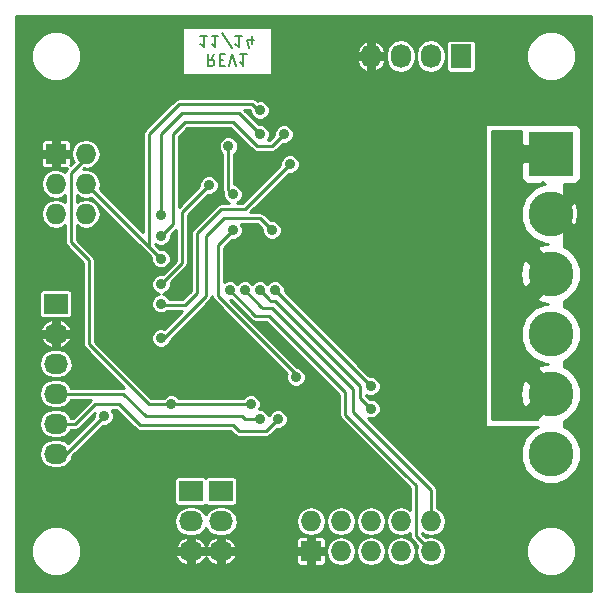
<source format=gbr>
G04 #@! TF.FileFunction,Copper,L2,Bot,Signal*
%FSLAX46Y46*%
G04 Gerber Fmt 4.6, Leading zero omitted, Abs format (unit mm)*
G04 Created by KiCad (PCBNEW (2014-11-27 BZR 5304)-product) date 12/4/2014 11:40:45 PM*
%MOMM*%
G01*
G04 APERTURE LIST*
%ADD10C,0.100000*%
%ADD11C,0.150000*%
%ADD12R,2.032000X1.727200*%
%ADD13O,2.032000X1.727200*%
%ADD14R,1.727200X1.727200*%
%ADD15O,1.727200X1.727200*%
%ADD16R,1.727200X2.032000*%
%ADD17O,1.727200X2.032000*%
%ADD18C,3.810000*%
%ADD19R,3.810000X3.810000*%
%ADD20C,0.889000*%
%ADD21C,0.254000*%
%ADD22C,0.304800*%
G04 APERTURE END LIST*
D10*
D11*
X42640381Y-131894619D02*
X42307047Y-132370810D01*
X42068952Y-131894619D02*
X42068952Y-132894619D01*
X42449905Y-132894619D01*
X42545143Y-132847000D01*
X42592762Y-132799381D01*
X42640381Y-132704143D01*
X42640381Y-132561286D01*
X42592762Y-132466048D01*
X42545143Y-132418429D01*
X42449905Y-132370810D01*
X42068952Y-132370810D01*
X43068952Y-132418429D02*
X43402286Y-132418429D01*
X43545143Y-131894619D02*
X43068952Y-131894619D01*
X43068952Y-132894619D01*
X43545143Y-132894619D01*
X43830857Y-132894619D02*
X44164190Y-131894619D01*
X44497524Y-132894619D01*
X45354667Y-131894619D02*
X44783238Y-131894619D01*
X45068952Y-131894619D02*
X45068952Y-132894619D01*
X44973714Y-132751762D01*
X44878476Y-132656524D01*
X44783238Y-132608905D01*
X42021334Y-130344619D02*
X41449905Y-130344619D01*
X41735619Y-130344619D02*
X41735619Y-131344619D01*
X41640381Y-131201762D01*
X41545143Y-131106524D01*
X41449905Y-131058905D01*
X42973715Y-130344619D02*
X42402286Y-130344619D01*
X42688000Y-130344619D02*
X42688000Y-131344619D01*
X42592762Y-131201762D01*
X42497524Y-131106524D01*
X42402286Y-131058905D01*
X44116572Y-131392238D02*
X43259429Y-130106524D01*
X44973715Y-130344619D02*
X44402286Y-130344619D01*
X44688000Y-130344619D02*
X44688000Y-131344619D01*
X44592762Y-131201762D01*
X44497524Y-131106524D01*
X44402286Y-131058905D01*
X45830858Y-131011286D02*
X45830858Y-130344619D01*
X45592762Y-131392238D02*
X45354667Y-130677952D01*
X45973715Y-130677952D01*
D12*
X29210000Y-153035000D03*
D13*
X29210000Y-155575000D03*
X29210000Y-158115000D03*
X29210000Y-160655000D03*
X29210000Y-163195000D03*
X29210000Y-165735000D03*
D14*
X29210000Y-140335000D03*
D15*
X31750000Y-140335000D03*
X29210000Y-142875000D03*
X31750000Y-142875000D03*
X29210000Y-145415000D03*
X31750000Y-145415000D03*
D12*
X40640000Y-168910000D03*
D13*
X40640000Y-171450000D03*
X40640000Y-173990000D03*
D12*
X43180000Y-168910000D03*
D13*
X43180000Y-171450000D03*
X43180000Y-173990000D03*
D16*
X63500000Y-132080000D03*
D17*
X60960000Y-132080000D03*
X58420000Y-132080000D03*
X55880000Y-132080000D03*
D18*
X71120000Y-145415000D03*
X71120000Y-150495000D03*
D19*
X71120000Y-140335000D03*
D18*
X71120000Y-155575000D03*
X71120000Y-160655000D03*
X71120000Y-165735000D03*
D14*
X50800000Y-173990000D03*
D15*
X50800000Y-171450000D03*
X53340000Y-173990000D03*
X53340000Y-171450000D03*
X55880000Y-173990000D03*
X55880000Y-171450000D03*
X58420000Y-173990000D03*
X58420000Y-171450000D03*
X60960000Y-173990000D03*
X60960000Y-171450000D03*
D20*
X33274000Y-162560000D03*
X45720000Y-161544000D03*
X38989000Y-161544000D03*
X43942000Y-155448000D03*
X56134000Y-155448000D03*
X33274000Y-155956000D03*
X42164000Y-143002000D03*
X38100000Y-151384000D03*
X38100000Y-149225000D03*
X46482000Y-136652000D03*
X38100000Y-153035000D03*
X49022000Y-141224000D03*
X38100000Y-155956000D03*
X47498000Y-146812000D03*
X43815000Y-139700000D03*
X44196000Y-143764000D03*
X49530000Y-159258000D03*
X44196000Y-146812000D03*
X48006000Y-162814000D03*
X46482000Y-162814000D03*
X55880000Y-160020000D03*
X47752000Y-151892000D03*
X55880000Y-161925000D03*
X46482000Y-151892000D03*
X45212000Y-151892000D03*
X43942000Y-151892000D03*
X38100000Y-147320000D03*
X48514000Y-138684000D03*
X38100000Y-145542000D03*
X46482000Y-138684000D03*
D21*
X30099000Y-165735000D02*
X29210000Y-165735000D01*
X33274000Y-162560000D02*
X30099000Y-165735000D01*
X45720000Y-161544000D02*
X38989000Y-161544000D01*
X31750000Y-140716000D02*
X31750000Y-140335000D01*
X37084000Y-161544000D02*
X32004000Y-156464000D01*
X32004000Y-156464000D02*
X32004000Y-149352000D01*
X32004000Y-149352000D02*
X30480000Y-147828000D01*
X30480000Y-147828000D02*
X30480000Y-141986000D01*
X30480000Y-141986000D02*
X31750000Y-140716000D01*
X38989000Y-161544000D02*
X37084000Y-161544000D01*
X39878000Y-145288000D02*
X39878000Y-149606000D01*
X39878000Y-149606000D02*
X38608000Y-150876000D01*
X42164000Y-143002000D02*
X39878000Y-145288000D01*
X38608000Y-150876000D02*
X38100000Y-151384000D01*
X31750000Y-142875000D02*
X38100000Y-149225000D01*
X37084000Y-148209000D02*
X37084000Y-138684000D01*
X37084000Y-138684000D02*
X37465000Y-138303000D01*
X46355000Y-136652000D02*
X45847000Y-136144000D01*
X45847000Y-136144000D02*
X39624000Y-136144000D01*
X39624000Y-136144000D02*
X37465000Y-138303000D01*
X46482000Y-136652000D02*
X46355000Y-136652000D01*
X38100000Y-149225000D02*
X37084000Y-148209000D01*
X43180000Y-145034000D02*
X45212000Y-145034000D01*
X38227000Y-153162000D02*
X38100000Y-153035000D01*
X38227000Y-153162000D02*
X40132000Y-153162000D01*
X40132000Y-153162000D02*
X41148000Y-152146000D01*
X41148000Y-152146000D02*
X41148000Y-147066000D01*
X41148000Y-147066000D02*
X43180000Y-145034000D01*
X45212000Y-145034000D02*
X49022000Y-141224000D01*
X43434000Y-145796000D02*
X45466000Y-145796000D01*
X45466000Y-145796000D02*
X45720000Y-145796000D01*
X45720000Y-145796000D02*
X46482000Y-145796000D01*
X46482000Y-145796000D02*
X47498000Y-146812000D01*
X38354000Y-155956000D02*
X38100000Y-155956000D01*
X41910000Y-152400000D02*
X41910000Y-147320000D01*
X38354000Y-155956000D02*
X41910000Y-152400000D01*
X41910000Y-147320000D02*
X43434000Y-145796000D01*
X43815000Y-143383000D02*
X44196000Y-143764000D01*
X42926000Y-152400000D02*
X42926000Y-148082000D01*
X49530000Y-159258000D02*
X49530000Y-159004000D01*
X49530000Y-159004000D02*
X49276000Y-158750000D01*
X49276000Y-158750000D02*
X42926000Y-152400000D01*
X42926000Y-148082000D02*
X44196000Y-146812000D01*
X43815000Y-139700000D02*
X43815000Y-143383000D01*
D22*
X29210000Y-163195000D02*
X29845000Y-163195000D01*
D21*
X29337000Y-163322000D02*
X29210000Y-163195000D01*
X46990000Y-163830000D02*
X44704000Y-163830000D01*
X44704000Y-163830000D02*
X44196000Y-163322000D01*
X44196000Y-163322000D02*
X36576000Y-163322000D01*
X48006000Y-162814000D02*
X46990000Y-163830000D01*
X36322000Y-163322000D02*
X34544000Y-161544000D01*
X34544000Y-161544000D02*
X32512000Y-161544000D01*
X32512000Y-161544000D02*
X30861000Y-163195000D01*
X30861000Y-163195000D02*
X29210000Y-163195000D01*
X36576000Y-163322000D02*
X36322000Y-163322000D01*
X45212000Y-162814000D02*
X44958000Y-162560000D01*
X44958000Y-162560000D02*
X37084000Y-162560000D01*
X46482000Y-162814000D02*
X45212000Y-162814000D01*
X36830000Y-162560000D02*
X34925000Y-160655000D01*
X34925000Y-160655000D02*
X29210000Y-160655000D01*
X37084000Y-162560000D02*
X36830000Y-162560000D01*
X55880000Y-160020000D02*
X47752000Y-151892000D01*
X47244000Y-152654000D02*
X47371000Y-152781000D01*
X47371000Y-152781000D02*
X47752000Y-152781000D01*
X47752000Y-152781000D02*
X54991000Y-160020000D01*
X54991000Y-160020000D02*
X54991000Y-161036000D01*
X54991000Y-161036000D02*
X55880000Y-161925000D01*
X46482000Y-151892000D02*
X47244000Y-152654000D01*
X57658000Y-165481000D02*
X60960000Y-168783000D01*
X60960000Y-168783000D02*
X60960000Y-171450000D01*
X45212000Y-151892000D02*
X46609000Y-153289000D01*
X46609000Y-153289000D02*
X46736000Y-153416000D01*
X46736000Y-153416000D02*
X47498000Y-153416000D01*
X47498000Y-153416000D02*
X54356000Y-160274000D01*
X54356000Y-160274000D02*
X54356000Y-162179000D01*
X54356000Y-162179000D02*
X57658000Y-165481000D01*
X58801000Y-167513000D02*
X59690000Y-168402000D01*
X46101000Y-154051000D02*
X47244000Y-154051000D01*
X47244000Y-154051000D02*
X53721000Y-160528000D01*
X53721000Y-160528000D02*
X53721000Y-162433000D01*
X53721000Y-162433000D02*
X58801000Y-167513000D01*
X43942000Y-151892000D02*
X46101000Y-154051000D01*
X59690000Y-172720000D02*
X59944000Y-172974000D01*
X59690000Y-168402000D02*
X59690000Y-172720000D01*
X60960000Y-173990000D02*
X59944000Y-172974000D01*
X47498000Y-139700000D02*
X46228000Y-139700000D01*
X46228000Y-139700000D02*
X44196000Y-137668000D01*
X44196000Y-137668000D02*
X40894000Y-137668000D01*
X48514000Y-138684000D02*
X47498000Y-139700000D01*
X39116000Y-146304000D02*
X38100000Y-147320000D01*
X39116000Y-138684000D02*
X39116000Y-146304000D01*
X40132000Y-137668000D02*
X39116000Y-138684000D01*
X40894000Y-137668000D02*
X40132000Y-137668000D01*
X40894000Y-136906000D02*
X39878000Y-136906000D01*
X39878000Y-136906000D02*
X38100000Y-138684000D01*
X38100000Y-138684000D02*
X38100000Y-145542000D01*
X44704000Y-136906000D02*
X40894000Y-136906000D01*
X46482000Y-138684000D02*
X44704000Y-136906000D01*
G36*
X74499000Y-177369000D02*
X73660440Y-177369000D01*
X73660440Y-165231979D01*
X73274563Y-164298085D01*
X72560673Y-163582948D01*
X72238090Y-163449000D01*
X72263000Y-163449000D01*
X72263000Y-162931006D01*
X72556915Y-162809563D01*
X73272052Y-162095673D01*
X73659559Y-161162454D01*
X73660440Y-160151979D01*
X73274563Y-159218085D01*
X72560673Y-158502948D01*
X72263000Y-158379343D01*
X72263000Y-157851006D01*
X72556915Y-157729563D01*
X73272052Y-157015673D01*
X73659559Y-156082454D01*
X73660440Y-155071979D01*
X73274563Y-154138085D01*
X72560673Y-153422948D01*
X72263000Y-153299343D01*
X72263000Y-152771006D01*
X72556915Y-152649563D01*
X73272052Y-151935673D01*
X73659559Y-151002454D01*
X73660440Y-149991979D01*
X73274563Y-149058085D01*
X72560673Y-148342948D01*
X72263000Y-148219343D01*
X72263000Y-145659974D01*
X73084663Y-146481637D01*
X73307560Y-146219452D01*
X73448892Y-145321074D01*
X73307560Y-144610548D01*
X73084663Y-144348363D01*
X72263000Y-145170026D01*
X72263000Y-142875000D01*
X73151309Y-142875000D01*
X73384698Y-142778327D01*
X73563327Y-142599699D01*
X73660000Y-142366310D01*
X73660000Y-142113691D01*
X73660000Y-138303691D01*
X73563327Y-138070302D01*
X73384699Y-137891673D01*
X73251429Y-137836470D01*
X73251429Y-131657966D01*
X72927678Y-130874428D01*
X72328725Y-130274429D01*
X71545754Y-129949311D01*
X70697966Y-129948571D01*
X69914428Y-130272322D01*
X69314429Y-130871275D01*
X68989311Y-131654246D01*
X68988571Y-132502034D01*
X69312322Y-133285572D01*
X69911275Y-133885571D01*
X70694246Y-134210689D01*
X71542034Y-134211429D01*
X72325572Y-133887678D01*
X72925571Y-133288725D01*
X73250689Y-132505754D01*
X73251429Y-131657966D01*
X73251429Y-137836470D01*
X73151310Y-137795000D01*
X72898691Y-137795000D01*
X72263000Y-137795000D01*
X69088691Y-137795000D01*
X65532000Y-137795000D01*
X65532000Y-163449000D01*
X70001186Y-163449000D01*
X69683085Y-163580437D01*
X68967948Y-164294327D01*
X68580441Y-165227546D01*
X68579560Y-166238021D01*
X68965437Y-167171915D01*
X69679327Y-167887052D01*
X70612546Y-168274559D01*
X71623021Y-168275440D01*
X72556915Y-167889563D01*
X73272052Y-167175673D01*
X73659559Y-166242454D01*
X73660440Y-165231979D01*
X73660440Y-177369000D01*
X73251429Y-177369000D01*
X73251429Y-173567966D01*
X72927678Y-172784428D01*
X72328725Y-172184429D01*
X71545754Y-171859311D01*
X70697966Y-171858571D01*
X69914428Y-172182322D01*
X69314429Y-172781275D01*
X68989311Y-173564246D01*
X68988571Y-174412034D01*
X69312322Y-175195572D01*
X69911275Y-175795571D01*
X70694246Y-176120689D01*
X71542034Y-176121429D01*
X72325572Y-175797678D01*
X72925571Y-175198725D01*
X73250689Y-174415754D01*
X73251429Y-173567966D01*
X73251429Y-177369000D01*
X64744600Y-177369000D01*
X64744600Y-133171785D01*
X64744600Y-133020214D01*
X64744600Y-130988214D01*
X64686596Y-130848180D01*
X64579419Y-130741004D01*
X64439385Y-130683000D01*
X64287814Y-130683000D01*
X62560614Y-130683000D01*
X62420580Y-130741004D01*
X62313404Y-130848181D01*
X62255400Y-130988215D01*
X62255400Y-131139786D01*
X62255400Y-133171786D01*
X62313404Y-133311820D01*
X62420581Y-133418996D01*
X62560615Y-133477000D01*
X62712186Y-133477000D01*
X64439386Y-133477000D01*
X64579420Y-133418996D01*
X64686596Y-133311819D01*
X64744600Y-133171785D01*
X64744600Y-177369000D01*
X62228983Y-177369000D01*
X62228983Y-173990000D01*
X62134243Y-173513712D01*
X61864448Y-173109935D01*
X61460671Y-172840140D01*
X60984383Y-172745400D01*
X60935617Y-172745400D01*
X60517073Y-172828653D01*
X60303210Y-172614790D01*
X60198000Y-172509580D01*
X60198000Y-172425245D01*
X60459329Y-172599860D01*
X60935617Y-172694600D01*
X60984383Y-172694600D01*
X61460671Y-172599860D01*
X61864448Y-172330065D01*
X62134243Y-171926288D01*
X62228983Y-171450000D01*
X62204600Y-171327418D01*
X62204600Y-132259769D01*
X62204600Y-131900231D01*
X62109860Y-131423943D01*
X61840065Y-131020166D01*
X61436288Y-130750371D01*
X60960000Y-130655631D01*
X60483712Y-130750371D01*
X60079935Y-131020166D01*
X59810140Y-131423943D01*
X59715400Y-131900231D01*
X59715400Y-132259769D01*
X59810140Y-132736057D01*
X60079935Y-133139834D01*
X60483712Y-133409629D01*
X60960000Y-133504369D01*
X61436288Y-133409629D01*
X61840065Y-133139834D01*
X62109860Y-132736057D01*
X62204600Y-132259769D01*
X62204600Y-171327418D01*
X62134243Y-170973712D01*
X61864448Y-170569935D01*
X61468000Y-170305037D01*
X61468000Y-168783000D01*
X61429331Y-168588597D01*
X61429331Y-168588596D01*
X61319210Y-168423790D01*
X59664600Y-166769180D01*
X59664600Y-132259769D01*
X59664600Y-131900231D01*
X59569860Y-131423943D01*
X59300065Y-131020166D01*
X58896288Y-130750371D01*
X58420000Y-130655631D01*
X57943712Y-130750371D01*
X57539935Y-131020166D01*
X57270140Y-131423943D01*
X57175400Y-131900231D01*
X57175400Y-132259769D01*
X57270140Y-132736057D01*
X57539935Y-133139834D01*
X57943712Y-133409629D01*
X58420000Y-133504369D01*
X58896288Y-133409629D01*
X59300065Y-133139834D01*
X59569860Y-132736057D01*
X59664600Y-132259769D01*
X59664600Y-166769180D01*
X58017210Y-165121790D01*
X57083109Y-164187689D01*
X57083109Y-132525820D01*
X57083109Y-131634180D01*
X56879241Y-131196105D01*
X56523247Y-130869394D01*
X56321474Y-130763929D01*
X56134000Y-130806668D01*
X56134000Y-131826000D01*
X57018948Y-131826000D01*
X57083109Y-131634180D01*
X57083109Y-132525820D01*
X57018948Y-132334000D01*
X56134000Y-132334000D01*
X56134000Y-133353332D01*
X56321474Y-133396071D01*
X56523247Y-133290606D01*
X56879241Y-132963895D01*
X57083109Y-132525820D01*
X57083109Y-164187689D01*
X55596567Y-162701147D01*
X55715077Y-162750357D01*
X56043482Y-162750643D01*
X56346998Y-162625233D01*
X56579417Y-162393219D01*
X56705357Y-162089923D01*
X56705643Y-161761518D01*
X56580233Y-161458002D01*
X56348219Y-161225583D01*
X56044923Y-161099643D01*
X55772826Y-161099406D01*
X55499000Y-160825580D01*
X55499000Y-160755633D01*
X55715077Y-160845357D01*
X56043482Y-160845643D01*
X56346998Y-160720233D01*
X56579417Y-160488219D01*
X56705357Y-160184923D01*
X56705643Y-159856518D01*
X56580233Y-159553002D01*
X56348219Y-159320583D01*
X56044923Y-159194643D01*
X55772826Y-159194406D01*
X55626000Y-159047580D01*
X55626000Y-133353332D01*
X55626000Y-132334000D01*
X55626000Y-131826000D01*
X55626000Y-130806668D01*
X55438526Y-130763929D01*
X55236753Y-130869394D01*
X54880759Y-131196105D01*
X54676891Y-131634180D01*
X54741052Y-131826000D01*
X55626000Y-131826000D01*
X55626000Y-132334000D01*
X54741052Y-132334000D01*
X54676891Y-132525820D01*
X54880759Y-132963895D01*
X55236753Y-133290606D01*
X55438526Y-133396071D01*
X55626000Y-133353332D01*
X55626000Y-159047580D01*
X48577407Y-151998987D01*
X48577643Y-151728518D01*
X48452233Y-151425002D01*
X48220219Y-151192583D01*
X47916923Y-151066643D01*
X47588518Y-151066357D01*
X47285002Y-151191767D01*
X47116910Y-151359565D01*
X46950219Y-151192583D01*
X46646923Y-151066643D01*
X46318518Y-151066357D01*
X46015002Y-151191767D01*
X45846910Y-151359565D01*
X45680219Y-151192583D01*
X45376923Y-151066643D01*
X45048518Y-151066357D01*
X44745002Y-151191767D01*
X44576910Y-151359565D01*
X44410219Y-151192583D01*
X44106923Y-151066643D01*
X43778518Y-151066357D01*
X43475002Y-151191767D01*
X43434000Y-151232697D01*
X43434000Y-148292420D01*
X44089012Y-147637407D01*
X44359482Y-147637643D01*
X44662998Y-147512233D01*
X44895417Y-147280219D01*
X45021357Y-146976923D01*
X45021643Y-146648518D01*
X44896233Y-146345002D01*
X44855302Y-146304000D01*
X45466000Y-146304000D01*
X45720000Y-146304000D01*
X46271580Y-146304000D01*
X46672592Y-146705012D01*
X46672357Y-146975482D01*
X46797767Y-147278998D01*
X47029781Y-147511417D01*
X47333077Y-147637357D01*
X47661482Y-147637643D01*
X47964998Y-147512233D01*
X48197417Y-147280219D01*
X48323357Y-146976923D01*
X48323643Y-146648518D01*
X48198233Y-146345002D01*
X47966219Y-146112583D01*
X47662923Y-145986643D01*
X47390826Y-145986406D01*
X46841210Y-145436790D01*
X46676403Y-145326669D01*
X46482000Y-145288000D01*
X45720000Y-145288000D01*
X45676420Y-145288000D01*
X48915012Y-142049407D01*
X49185482Y-142049643D01*
X49488998Y-141924233D01*
X49721417Y-141692219D01*
X49847357Y-141388923D01*
X49847643Y-141060518D01*
X49722233Y-140757002D01*
X49490219Y-140524583D01*
X49186923Y-140398643D01*
X48858518Y-140398357D01*
X48555002Y-140523767D01*
X48322583Y-140755781D01*
X48196643Y-141059077D01*
X48196406Y-141331173D01*
X45001580Y-144526000D01*
X44513510Y-144526000D01*
X44662998Y-144464233D01*
X44895417Y-144232219D01*
X45021357Y-143928923D01*
X45021643Y-143600518D01*
X44896233Y-143297002D01*
X44664219Y-143064583D01*
X44360923Y-142938643D01*
X44323000Y-142938609D01*
X44323000Y-140359302D01*
X44514417Y-140168219D01*
X44640357Y-139864923D01*
X44640643Y-139536518D01*
X44515233Y-139233002D01*
X44283219Y-139000583D01*
X43979923Y-138874643D01*
X43651518Y-138874357D01*
X43348002Y-138999767D01*
X43115583Y-139231781D01*
X42989643Y-139535077D01*
X42989357Y-139863482D01*
X43114767Y-140166998D01*
X43307000Y-140359566D01*
X43307000Y-143383000D01*
X43345669Y-143577403D01*
X43370629Y-143614758D01*
X43370357Y-143927482D01*
X43495767Y-144230998D01*
X43727781Y-144463417D01*
X43878497Y-144526000D01*
X43180000Y-144526000D01*
X42985597Y-144564669D01*
X42820790Y-144674790D01*
X40788790Y-146706790D01*
X40678669Y-146871597D01*
X40640000Y-147066000D01*
X40640000Y-151935580D01*
X39921580Y-152654000D01*
X38835766Y-152654000D01*
X38800233Y-152568002D01*
X38568219Y-152335583D01*
X38264923Y-152209643D01*
X38263485Y-152209641D01*
X38566998Y-152084233D01*
X38799417Y-151852219D01*
X38925357Y-151548923D01*
X38925593Y-151276826D01*
X38967210Y-151235211D01*
X38967210Y-151235210D01*
X38967212Y-151235207D01*
X40237210Y-149965210D01*
X40347331Y-149800404D01*
X40347331Y-149800403D01*
X40353746Y-149768150D01*
X40385999Y-149606000D01*
X40386000Y-149606000D01*
X40386000Y-145498420D01*
X42057012Y-143827407D01*
X42327482Y-143827643D01*
X42630998Y-143702233D01*
X42863417Y-143470219D01*
X42989357Y-143166923D01*
X42989643Y-142838518D01*
X42864233Y-142535002D01*
X42632219Y-142302583D01*
X42328923Y-142176643D01*
X42000518Y-142176357D01*
X41697002Y-142301767D01*
X41464583Y-142533781D01*
X41338643Y-142837077D01*
X41338406Y-143109173D01*
X39624000Y-144823580D01*
X39624000Y-138894420D01*
X40342420Y-138176000D01*
X40894000Y-138176000D01*
X43985580Y-138176000D01*
X45868790Y-140059210D01*
X46033597Y-140169331D01*
X46228000Y-140208000D01*
X47498000Y-140208000D01*
X47692403Y-140169331D01*
X47857210Y-140059210D01*
X48407012Y-139509407D01*
X48677482Y-139509643D01*
X48980998Y-139384233D01*
X49213417Y-139152219D01*
X49339357Y-138848923D01*
X49339643Y-138520518D01*
X49214233Y-138217002D01*
X48982219Y-137984583D01*
X48678923Y-137858643D01*
X48350518Y-137858357D01*
X48047002Y-137983767D01*
X47814583Y-138215781D01*
X47688643Y-138519077D01*
X47688406Y-138791173D01*
X47524953Y-138954626D01*
X47524953Y-133653000D01*
X47524953Y-129641000D01*
X39851047Y-129641000D01*
X39851047Y-133653000D01*
X47524953Y-133653000D01*
X47524953Y-138954626D01*
X47287580Y-139192000D01*
X47141566Y-139192000D01*
X47181417Y-139152219D01*
X47307357Y-138848923D01*
X47307643Y-138520518D01*
X47182233Y-138217002D01*
X46950219Y-137984583D01*
X46646923Y-137858643D01*
X46374826Y-137858406D01*
X45168420Y-136652000D01*
X45636579Y-136652000D01*
X45656482Y-136671902D01*
X45656357Y-136815482D01*
X45781767Y-137118998D01*
X46013781Y-137351417D01*
X46317077Y-137477357D01*
X46645482Y-137477643D01*
X46948998Y-137352233D01*
X47181417Y-137120219D01*
X47307357Y-136816923D01*
X47307643Y-136488518D01*
X47182233Y-136185002D01*
X46950219Y-135952583D01*
X46646923Y-135826643D01*
X46318518Y-135826357D01*
X46268460Y-135847040D01*
X46206210Y-135784790D01*
X46041403Y-135674669D01*
X45847000Y-135636000D01*
X39624000Y-135636000D01*
X39429596Y-135674669D01*
X39264790Y-135784790D01*
X37105792Y-137943787D01*
X37105789Y-137943790D01*
X36724790Y-138324790D01*
X36614669Y-138489597D01*
X36576000Y-138684000D01*
X36576000Y-146982580D01*
X32911346Y-143317926D01*
X32994600Y-142899383D01*
X32994600Y-142850617D01*
X32899860Y-142374329D01*
X32630065Y-141970552D01*
X32226288Y-141700757D01*
X31750000Y-141606017D01*
X31535794Y-141648625D01*
X31608569Y-141575850D01*
X31750000Y-141603983D01*
X32226288Y-141509243D01*
X32630065Y-141239448D01*
X32899860Y-140835671D01*
X32994600Y-140359383D01*
X32994600Y-140310617D01*
X32899860Y-139834329D01*
X32630065Y-139430552D01*
X32226288Y-139160757D01*
X31750000Y-139066017D01*
X31341429Y-139147287D01*
X31341429Y-131657966D01*
X31017678Y-130874428D01*
X30418725Y-130274429D01*
X29635754Y-129949311D01*
X28787966Y-129948571D01*
X28004428Y-130272322D01*
X27404429Y-130871275D01*
X27079311Y-131654246D01*
X27078571Y-132502034D01*
X27402322Y-133285572D01*
X28001275Y-133885571D01*
X28784246Y-134210689D01*
X29632034Y-134211429D01*
X30415572Y-133887678D01*
X31015571Y-133288725D01*
X31340689Y-132505754D01*
X31341429Y-131657966D01*
X31341429Y-139147287D01*
X31273712Y-139160757D01*
X30869935Y-139430552D01*
X30600140Y-139834329D01*
X30505400Y-140310617D01*
X30505400Y-140359383D01*
X30600140Y-140835671D01*
X30725017Y-141022562D01*
X30441452Y-141306127D01*
X30454600Y-141274386D01*
X30454600Y-140684250D01*
X30454600Y-139985750D01*
X30454600Y-139395614D01*
X30396596Y-139255580D01*
X30289419Y-139148404D01*
X30149385Y-139090400D01*
X29997814Y-139090400D01*
X29559250Y-139090400D01*
X29464000Y-139185650D01*
X29464000Y-140081000D01*
X30359350Y-140081000D01*
X30454600Y-139985750D01*
X30454600Y-140684250D01*
X30359350Y-140589000D01*
X29464000Y-140589000D01*
X29464000Y-141484350D01*
X29559250Y-141579600D01*
X29997814Y-141579600D01*
X30149385Y-141579600D01*
X30181128Y-141566451D01*
X30120790Y-141626790D01*
X30010669Y-141791597D01*
X29988563Y-141902730D01*
X29686288Y-141700757D01*
X29210000Y-141606017D01*
X28956000Y-141656540D01*
X28956000Y-141484350D01*
X28956000Y-140589000D01*
X28956000Y-140081000D01*
X28956000Y-139185650D01*
X28860750Y-139090400D01*
X28422186Y-139090400D01*
X28270615Y-139090400D01*
X28130581Y-139148404D01*
X28023404Y-139255580D01*
X27965400Y-139395614D01*
X27965400Y-139985750D01*
X28060650Y-140081000D01*
X28956000Y-140081000D01*
X28956000Y-140589000D01*
X28060650Y-140589000D01*
X27965400Y-140684250D01*
X27965400Y-141274386D01*
X28023404Y-141414420D01*
X28130581Y-141521596D01*
X28270615Y-141579600D01*
X28422186Y-141579600D01*
X28860750Y-141579600D01*
X28956000Y-141484350D01*
X28956000Y-141656540D01*
X28733712Y-141700757D01*
X28329935Y-141970552D01*
X28060140Y-142374329D01*
X27965400Y-142850617D01*
X27965400Y-142899383D01*
X28060140Y-143375671D01*
X28329935Y-143779448D01*
X28733712Y-144049243D01*
X29210000Y-144143983D01*
X29686288Y-144049243D01*
X29972000Y-143858336D01*
X29972000Y-144431663D01*
X29686288Y-144240757D01*
X29210000Y-144146017D01*
X28733712Y-144240757D01*
X28329935Y-144510552D01*
X28060140Y-144914329D01*
X27965400Y-145390617D01*
X27965400Y-145439383D01*
X28060140Y-145915671D01*
X28329935Y-146319448D01*
X28733712Y-146589243D01*
X29210000Y-146683983D01*
X29686288Y-146589243D01*
X29972000Y-146398336D01*
X29972000Y-147828000D01*
X30010669Y-148022403D01*
X30120790Y-148187210D01*
X31496000Y-149562420D01*
X31496000Y-156464000D01*
X31534669Y-156658403D01*
X31644790Y-156823210D01*
X34979400Y-160157820D01*
X34925000Y-160147000D01*
X30634369Y-160147000D01*
X30634369Y-158115000D01*
X30607000Y-157977407D01*
X30607000Y-153974385D01*
X30607000Y-153822814D01*
X30607000Y-152095614D01*
X30548996Y-151955580D01*
X30441819Y-151848404D01*
X30301785Y-151790400D01*
X30150214Y-151790400D01*
X28118214Y-151790400D01*
X27978180Y-151848404D01*
X27871004Y-151955581D01*
X27813000Y-152095615D01*
X27813000Y-152247186D01*
X27813000Y-153974386D01*
X27871004Y-154114420D01*
X27978181Y-154221596D01*
X28118215Y-154279600D01*
X28269786Y-154279600D01*
X30301786Y-154279600D01*
X30441820Y-154221596D01*
X30548996Y-154114419D01*
X30607000Y-153974385D01*
X30607000Y-157977407D01*
X30539629Y-157638712D01*
X30526071Y-157618421D01*
X30526071Y-156016474D01*
X30526071Y-155133526D01*
X30420606Y-154931753D01*
X30093895Y-154575759D01*
X29655820Y-154371891D01*
X29464000Y-154436052D01*
X29464000Y-155321000D01*
X30483332Y-155321000D01*
X30526071Y-155133526D01*
X30526071Y-156016474D01*
X30483332Y-155829000D01*
X29464000Y-155829000D01*
X29464000Y-156713948D01*
X29655820Y-156778109D01*
X30093895Y-156574241D01*
X30420606Y-156218247D01*
X30526071Y-156016474D01*
X30526071Y-157618421D01*
X30269834Y-157234935D01*
X29866057Y-156965140D01*
X29389769Y-156870400D01*
X29030231Y-156870400D01*
X28956000Y-156885165D01*
X28956000Y-156713948D01*
X28956000Y-155829000D01*
X28956000Y-155321000D01*
X28956000Y-154436052D01*
X28764180Y-154371891D01*
X28326105Y-154575759D01*
X27999394Y-154931753D01*
X27893929Y-155133526D01*
X27936668Y-155321000D01*
X28956000Y-155321000D01*
X28956000Y-155829000D01*
X27936668Y-155829000D01*
X27893929Y-156016474D01*
X27999394Y-156218247D01*
X28326105Y-156574241D01*
X28764180Y-156778109D01*
X28956000Y-156713948D01*
X28956000Y-156885165D01*
X28553943Y-156965140D01*
X28150166Y-157234935D01*
X27880371Y-157638712D01*
X27785631Y-158115000D01*
X27880371Y-158591288D01*
X28150166Y-158995065D01*
X28553943Y-159264860D01*
X29030231Y-159359600D01*
X29389769Y-159359600D01*
X29866057Y-159264860D01*
X30269834Y-158995065D01*
X30539629Y-158591288D01*
X30634369Y-158115000D01*
X30634369Y-160147000D01*
X30518439Y-160147000D01*
X30269834Y-159774935D01*
X29866057Y-159505140D01*
X29389769Y-159410400D01*
X29030231Y-159410400D01*
X28553943Y-159505140D01*
X28150166Y-159774935D01*
X27880371Y-160178712D01*
X27785631Y-160655000D01*
X27880371Y-161131288D01*
X28150166Y-161535065D01*
X28553943Y-161804860D01*
X29030231Y-161899600D01*
X29389769Y-161899600D01*
X29866057Y-161804860D01*
X30269834Y-161535065D01*
X30518439Y-161163000D01*
X32185399Y-161163000D01*
X32152790Y-161184789D01*
X30650579Y-162687000D01*
X30518439Y-162687000D01*
X30269834Y-162314935D01*
X29866057Y-162045140D01*
X29389769Y-161950400D01*
X29030231Y-161950400D01*
X28553943Y-162045140D01*
X28150166Y-162314935D01*
X27880371Y-162718712D01*
X27785631Y-163195000D01*
X27880371Y-163671288D01*
X28150166Y-164075065D01*
X28553943Y-164344860D01*
X29030231Y-164439600D01*
X29389769Y-164439600D01*
X29866057Y-164344860D01*
X30269834Y-164075065D01*
X30518439Y-163703000D01*
X30861000Y-163703000D01*
X31055403Y-163664331D01*
X31220210Y-163554210D01*
X32497852Y-162276568D01*
X32448643Y-162395077D01*
X32448406Y-162667173D01*
X30264325Y-164851254D01*
X29866057Y-164585140D01*
X29389769Y-164490400D01*
X29030231Y-164490400D01*
X28553943Y-164585140D01*
X28150166Y-164854935D01*
X27880371Y-165258712D01*
X27785631Y-165735000D01*
X27880371Y-166211288D01*
X28150166Y-166615065D01*
X28553943Y-166884860D01*
X29030231Y-166979600D01*
X29389769Y-166979600D01*
X29866057Y-166884860D01*
X30269834Y-166615065D01*
X30539629Y-166211288D01*
X30588916Y-165963503D01*
X33167012Y-163385407D01*
X33437482Y-163385643D01*
X33740998Y-163260233D01*
X33973417Y-163028219D01*
X34099357Y-162724923D01*
X34099643Y-162396518D01*
X33974233Y-162093002D01*
X33933302Y-162052000D01*
X34333580Y-162052000D01*
X35962790Y-163681210D01*
X36127597Y-163791331D01*
X36322000Y-163830000D01*
X36576000Y-163830000D01*
X43985579Y-163830000D01*
X44344789Y-164189210D01*
X44344790Y-164189210D01*
X44454910Y-164262790D01*
X44509596Y-164299330D01*
X44509597Y-164299331D01*
X44704000Y-164338000D01*
X46990000Y-164338000D01*
X47184403Y-164299331D01*
X47349210Y-164189210D01*
X47899012Y-163639407D01*
X48169482Y-163639643D01*
X48472998Y-163514233D01*
X48705417Y-163282219D01*
X48831357Y-162978923D01*
X48831643Y-162650518D01*
X48706233Y-162347002D01*
X48474219Y-162114583D01*
X48170923Y-161988643D01*
X47842518Y-161988357D01*
X47539002Y-162113767D01*
X47306583Y-162345781D01*
X47244001Y-162496493D01*
X47182233Y-162347002D01*
X46950219Y-162114583D01*
X46646923Y-161988643D01*
X46429285Y-161988453D01*
X46545357Y-161708923D01*
X46545643Y-161380518D01*
X46420233Y-161077002D01*
X46188219Y-160844583D01*
X45884923Y-160718643D01*
X45556518Y-160718357D01*
X45253002Y-160843767D01*
X45060433Y-161036000D01*
X39648302Y-161036000D01*
X39457219Y-160844583D01*
X39153923Y-160718643D01*
X38825518Y-160718357D01*
X38522002Y-160843767D01*
X38329433Y-161036000D01*
X37294420Y-161036000D01*
X32512000Y-156253580D01*
X32512000Y-149352000D01*
X32473331Y-149157597D01*
X32473330Y-149157596D01*
X32436790Y-149102910D01*
X32363210Y-148992790D01*
X32363210Y-148992789D01*
X30988000Y-147617579D01*
X30988000Y-146398336D01*
X31273712Y-146589243D01*
X31750000Y-146683983D01*
X32226288Y-146589243D01*
X32630065Y-146319448D01*
X32899860Y-145915671D01*
X32994600Y-145439383D01*
X32994600Y-145390617D01*
X32899860Y-144914329D01*
X32630065Y-144510552D01*
X32226288Y-144240757D01*
X31750000Y-144146017D01*
X31273712Y-144240757D01*
X30988000Y-144431663D01*
X30988000Y-143858336D01*
X31273712Y-144049243D01*
X31750000Y-144143983D01*
X32209218Y-144052638D01*
X36724790Y-148568210D01*
X37274592Y-149118012D01*
X37274357Y-149388482D01*
X37399767Y-149691998D01*
X37631781Y-149924417D01*
X37935077Y-150050357D01*
X38263482Y-150050643D01*
X38566998Y-149925233D01*
X38799417Y-149693219D01*
X38925357Y-149389923D01*
X38925643Y-149061518D01*
X38800233Y-148758002D01*
X38568219Y-148525583D01*
X38264923Y-148399643D01*
X37992826Y-148399406D01*
X37592000Y-147998580D01*
X37592000Y-147979566D01*
X37631781Y-148019417D01*
X37935077Y-148145357D01*
X38263482Y-148145643D01*
X38566998Y-148020233D01*
X38799417Y-147788219D01*
X38925357Y-147484923D01*
X38925593Y-147212826D01*
X39370000Y-146768420D01*
X39370000Y-149395580D01*
X38248792Y-150516787D01*
X38248789Y-150516790D01*
X38206986Y-150558592D01*
X37936518Y-150558357D01*
X37633002Y-150683767D01*
X37400583Y-150915781D01*
X37274643Y-151219077D01*
X37274357Y-151547482D01*
X37399767Y-151850998D01*
X37631781Y-152083417D01*
X37935077Y-152209357D01*
X37936514Y-152209358D01*
X37633002Y-152334767D01*
X37400583Y-152566781D01*
X37274643Y-152870077D01*
X37274357Y-153198482D01*
X37399767Y-153501998D01*
X37631781Y-153734417D01*
X37935077Y-153860357D01*
X38263482Y-153860643D01*
X38566998Y-153735233D01*
X38632344Y-153670000D01*
X39921579Y-153670000D01*
X38403425Y-155188154D01*
X38264923Y-155130643D01*
X37936518Y-155130357D01*
X37633002Y-155255767D01*
X37400583Y-155487781D01*
X37274643Y-155791077D01*
X37274357Y-156119482D01*
X37399767Y-156422998D01*
X37631781Y-156655417D01*
X37935077Y-156781357D01*
X38263482Y-156781643D01*
X38566998Y-156656233D01*
X38799417Y-156424219D01*
X38925357Y-156120923D01*
X38925372Y-156103047D01*
X42269210Y-152759211D01*
X42269210Y-152759210D01*
X42379331Y-152594404D01*
X42379331Y-152594403D01*
X42385746Y-152562150D01*
X42417999Y-152400000D01*
X42418000Y-152400000D01*
X42456669Y-152594403D01*
X42566790Y-152759210D01*
X48762154Y-158954574D01*
X48704643Y-159093077D01*
X48704357Y-159421482D01*
X48829767Y-159724998D01*
X49061781Y-159957417D01*
X49365077Y-160083357D01*
X49693482Y-160083643D01*
X49996998Y-159958233D01*
X50229417Y-159726219D01*
X50355357Y-159422923D01*
X50355643Y-159094518D01*
X50230233Y-158791002D01*
X49998219Y-158558583D01*
X49694923Y-158432643D01*
X49677047Y-158432627D01*
X49635210Y-158390790D01*
X43961937Y-152717517D01*
X44049173Y-152717593D01*
X45741790Y-154410210D01*
X45906596Y-154520331D01*
X45906597Y-154520331D01*
X46101000Y-154559000D01*
X47033580Y-154559000D01*
X53213000Y-160738420D01*
X53213000Y-162433000D01*
X53251669Y-162627403D01*
X53361790Y-162792210D01*
X58441790Y-167872210D01*
X59182000Y-168612420D01*
X59182000Y-170474754D01*
X58920671Y-170300140D01*
X58444383Y-170205400D01*
X58395617Y-170205400D01*
X57919329Y-170300140D01*
X57515552Y-170569935D01*
X57245757Y-170973712D01*
X57151017Y-171450000D01*
X57245757Y-171926288D01*
X57515552Y-172330065D01*
X57919329Y-172599860D01*
X58395617Y-172694600D01*
X58444383Y-172694600D01*
X58920671Y-172599860D01*
X59182000Y-172425245D01*
X59182000Y-172720000D01*
X59220669Y-172914403D01*
X59330790Y-173079210D01*
X59584790Y-173333210D01*
X59782361Y-173530781D01*
X59691017Y-173990000D01*
X59785757Y-174466288D01*
X60055552Y-174870065D01*
X60459329Y-175139860D01*
X60935617Y-175234600D01*
X60984383Y-175234600D01*
X61460671Y-175139860D01*
X61864448Y-174870065D01*
X62134243Y-174466288D01*
X62228983Y-173990000D01*
X62228983Y-177369000D01*
X59688983Y-177369000D01*
X59688983Y-173990000D01*
X59594243Y-173513712D01*
X59324448Y-173109935D01*
X58920671Y-172840140D01*
X58444383Y-172745400D01*
X58395617Y-172745400D01*
X57919329Y-172840140D01*
X57515552Y-173109935D01*
X57245757Y-173513712D01*
X57151017Y-173990000D01*
X57245757Y-174466288D01*
X57515552Y-174870065D01*
X57919329Y-175139860D01*
X58395617Y-175234600D01*
X58444383Y-175234600D01*
X58920671Y-175139860D01*
X59324448Y-174870065D01*
X59594243Y-174466288D01*
X59688983Y-173990000D01*
X59688983Y-177369000D01*
X57148983Y-177369000D01*
X57148983Y-173990000D01*
X57148983Y-171450000D01*
X57054243Y-170973712D01*
X56784448Y-170569935D01*
X56380671Y-170300140D01*
X55904383Y-170205400D01*
X55855617Y-170205400D01*
X55379329Y-170300140D01*
X54975552Y-170569935D01*
X54705757Y-170973712D01*
X54611017Y-171450000D01*
X54705757Y-171926288D01*
X54975552Y-172330065D01*
X55379329Y-172599860D01*
X55855617Y-172694600D01*
X55904383Y-172694600D01*
X56380671Y-172599860D01*
X56784448Y-172330065D01*
X57054243Y-171926288D01*
X57148983Y-171450000D01*
X57148983Y-173990000D01*
X57054243Y-173513712D01*
X56784448Y-173109935D01*
X56380671Y-172840140D01*
X55904383Y-172745400D01*
X55855617Y-172745400D01*
X55379329Y-172840140D01*
X54975552Y-173109935D01*
X54705757Y-173513712D01*
X54611017Y-173990000D01*
X54705757Y-174466288D01*
X54975552Y-174870065D01*
X55379329Y-175139860D01*
X55855617Y-175234600D01*
X55904383Y-175234600D01*
X56380671Y-175139860D01*
X56784448Y-174870065D01*
X57054243Y-174466288D01*
X57148983Y-173990000D01*
X57148983Y-177369000D01*
X54608983Y-177369000D01*
X54608983Y-173990000D01*
X54608983Y-171450000D01*
X54514243Y-170973712D01*
X54244448Y-170569935D01*
X53840671Y-170300140D01*
X53364383Y-170205400D01*
X53315617Y-170205400D01*
X52839329Y-170300140D01*
X52435552Y-170569935D01*
X52165757Y-170973712D01*
X52071017Y-171450000D01*
X52165757Y-171926288D01*
X52435552Y-172330065D01*
X52839329Y-172599860D01*
X53315617Y-172694600D01*
X53364383Y-172694600D01*
X53840671Y-172599860D01*
X54244448Y-172330065D01*
X54514243Y-171926288D01*
X54608983Y-171450000D01*
X54608983Y-173990000D01*
X54514243Y-173513712D01*
X54244448Y-173109935D01*
X53840671Y-172840140D01*
X53364383Y-172745400D01*
X53315617Y-172745400D01*
X52839329Y-172840140D01*
X52435552Y-173109935D01*
X52165757Y-173513712D01*
X52071017Y-173990000D01*
X52165757Y-174466288D01*
X52435552Y-174870065D01*
X52839329Y-175139860D01*
X53315617Y-175234600D01*
X53364383Y-175234600D01*
X53840671Y-175139860D01*
X54244448Y-174870065D01*
X54514243Y-174466288D01*
X54608983Y-173990000D01*
X54608983Y-177369000D01*
X52068983Y-177369000D01*
X52068983Y-171450000D01*
X51974243Y-170973712D01*
X51704448Y-170569935D01*
X51300671Y-170300140D01*
X50824383Y-170205400D01*
X50775617Y-170205400D01*
X50299329Y-170300140D01*
X49895552Y-170569935D01*
X49625757Y-170973712D01*
X49531017Y-171450000D01*
X49625757Y-171926288D01*
X49895552Y-172330065D01*
X50299329Y-172599860D01*
X50775617Y-172694600D01*
X50824383Y-172694600D01*
X51300671Y-172599860D01*
X51704448Y-172330065D01*
X51974243Y-171926288D01*
X52068983Y-171450000D01*
X52068983Y-177369000D01*
X52044600Y-177369000D01*
X52044600Y-174929385D01*
X52044600Y-174777814D01*
X52044600Y-174339250D01*
X52044600Y-173640750D01*
X52044600Y-173202186D01*
X52044600Y-173050615D01*
X51986596Y-172910581D01*
X51879420Y-172803404D01*
X51739386Y-172745400D01*
X51149250Y-172745400D01*
X51054000Y-172840650D01*
X51054000Y-173736000D01*
X51949350Y-173736000D01*
X52044600Y-173640750D01*
X52044600Y-174339250D01*
X51949350Y-174244000D01*
X51054000Y-174244000D01*
X51054000Y-175139350D01*
X51149250Y-175234600D01*
X51739386Y-175234600D01*
X51879420Y-175176596D01*
X51986596Y-175069419D01*
X52044600Y-174929385D01*
X52044600Y-177369000D01*
X50546000Y-177369000D01*
X50546000Y-175139350D01*
X50546000Y-174244000D01*
X50546000Y-173736000D01*
X50546000Y-172840650D01*
X50450750Y-172745400D01*
X49860614Y-172745400D01*
X49720580Y-172803404D01*
X49613404Y-172910581D01*
X49555400Y-173050615D01*
X49555400Y-173202186D01*
X49555400Y-173640750D01*
X49650650Y-173736000D01*
X50546000Y-173736000D01*
X50546000Y-174244000D01*
X49650650Y-174244000D01*
X49555400Y-174339250D01*
X49555400Y-174777814D01*
X49555400Y-174929385D01*
X49613404Y-175069419D01*
X49720580Y-175176596D01*
X49860614Y-175234600D01*
X50450750Y-175234600D01*
X50546000Y-175139350D01*
X50546000Y-177369000D01*
X44604369Y-177369000D01*
X44604369Y-171450000D01*
X44577000Y-171312407D01*
X44577000Y-169849385D01*
X44577000Y-169697814D01*
X44577000Y-167970614D01*
X44518996Y-167830580D01*
X44411819Y-167723404D01*
X44271785Y-167665400D01*
X44120214Y-167665400D01*
X42088214Y-167665400D01*
X41948180Y-167723404D01*
X41909999Y-167761584D01*
X41871819Y-167723404D01*
X41731785Y-167665400D01*
X41580214Y-167665400D01*
X39548214Y-167665400D01*
X39408180Y-167723404D01*
X39301004Y-167830581D01*
X39243000Y-167970615D01*
X39243000Y-168122186D01*
X39243000Y-169849386D01*
X39301004Y-169989420D01*
X39408181Y-170096596D01*
X39548215Y-170154600D01*
X39699786Y-170154600D01*
X41731786Y-170154600D01*
X41871820Y-170096596D01*
X41910000Y-170058415D01*
X41948181Y-170096596D01*
X42088215Y-170154600D01*
X42239786Y-170154600D01*
X44271786Y-170154600D01*
X44411820Y-170096596D01*
X44518996Y-169989419D01*
X44577000Y-169849385D01*
X44577000Y-171312407D01*
X44509629Y-170973712D01*
X44239834Y-170569935D01*
X43836057Y-170300140D01*
X43359769Y-170205400D01*
X43000231Y-170205400D01*
X42523943Y-170300140D01*
X42120166Y-170569935D01*
X41910000Y-170884470D01*
X41699834Y-170569935D01*
X41296057Y-170300140D01*
X40819769Y-170205400D01*
X40460231Y-170205400D01*
X39983943Y-170300140D01*
X39580166Y-170569935D01*
X39310371Y-170973712D01*
X39215631Y-171450000D01*
X39310371Y-171926288D01*
X39580166Y-172330065D01*
X39983943Y-172599860D01*
X40460231Y-172694600D01*
X40819769Y-172694600D01*
X41296057Y-172599860D01*
X41699834Y-172330065D01*
X41910000Y-172015529D01*
X42120166Y-172330065D01*
X42523943Y-172599860D01*
X43000231Y-172694600D01*
X43359769Y-172694600D01*
X43836057Y-172599860D01*
X44239834Y-172330065D01*
X44509629Y-171926288D01*
X44604369Y-171450000D01*
X44604369Y-177369000D01*
X44496071Y-177369000D01*
X44496071Y-174431474D01*
X44496071Y-173548526D01*
X44390606Y-173346753D01*
X44063895Y-172990759D01*
X43625820Y-172786891D01*
X43434000Y-172851052D01*
X43434000Y-173736000D01*
X44453332Y-173736000D01*
X44496071Y-173548526D01*
X44496071Y-174431474D01*
X44453332Y-174244000D01*
X43434000Y-174244000D01*
X43434000Y-175128948D01*
X43625820Y-175193109D01*
X44063895Y-174989241D01*
X44390606Y-174633247D01*
X44496071Y-174431474D01*
X44496071Y-177369000D01*
X42926000Y-177369000D01*
X42926000Y-175128948D01*
X42926000Y-174244000D01*
X42926000Y-173736000D01*
X42926000Y-172851052D01*
X42734180Y-172786891D01*
X42296105Y-172990759D01*
X41969394Y-173346753D01*
X41910000Y-173460384D01*
X41850606Y-173346753D01*
X41523895Y-172990759D01*
X41085820Y-172786891D01*
X40894000Y-172851052D01*
X40894000Y-173736000D01*
X41906668Y-173736000D01*
X41913332Y-173736000D01*
X42926000Y-173736000D01*
X42926000Y-174244000D01*
X41913332Y-174244000D01*
X41906668Y-174244000D01*
X40894000Y-174244000D01*
X40894000Y-175128948D01*
X41085820Y-175193109D01*
X41523895Y-174989241D01*
X41850606Y-174633247D01*
X41910000Y-174519615D01*
X41969394Y-174633247D01*
X42296105Y-174989241D01*
X42734180Y-175193109D01*
X42926000Y-175128948D01*
X42926000Y-177369000D01*
X40386000Y-177369000D01*
X40386000Y-175128948D01*
X40386000Y-174244000D01*
X40386000Y-173736000D01*
X40386000Y-172851052D01*
X40194180Y-172786891D01*
X39756105Y-172990759D01*
X39429394Y-173346753D01*
X39323929Y-173548526D01*
X39366668Y-173736000D01*
X40386000Y-173736000D01*
X40386000Y-174244000D01*
X39366668Y-174244000D01*
X39323929Y-174431474D01*
X39429394Y-174633247D01*
X39756105Y-174989241D01*
X40194180Y-175193109D01*
X40386000Y-175128948D01*
X40386000Y-177369000D01*
X31750000Y-177369000D01*
X31341429Y-177369000D01*
X31341429Y-173567966D01*
X31017678Y-172784428D01*
X30418725Y-172184429D01*
X29635754Y-171859311D01*
X28787966Y-171858571D01*
X28004428Y-172182322D01*
X27404429Y-172781275D01*
X27079311Y-173564246D01*
X27078571Y-174412034D01*
X27402322Y-175195572D01*
X28001275Y-175795571D01*
X28784246Y-176120689D01*
X29632034Y-176121429D01*
X30415572Y-175797678D01*
X31015571Y-175198725D01*
X31340689Y-174415754D01*
X31341429Y-173567966D01*
X31341429Y-177369000D01*
X25831000Y-177369000D01*
X25831000Y-128701000D01*
X74499000Y-128701000D01*
X74499000Y-177369000D01*
X74499000Y-177369000D01*
G37*
X74499000Y-177369000D02*
X73660440Y-177369000D01*
X73660440Y-165231979D01*
X73274563Y-164298085D01*
X72560673Y-163582948D01*
X72238090Y-163449000D01*
X72263000Y-163449000D01*
X72263000Y-162931006D01*
X72556915Y-162809563D01*
X73272052Y-162095673D01*
X73659559Y-161162454D01*
X73660440Y-160151979D01*
X73274563Y-159218085D01*
X72560673Y-158502948D01*
X72263000Y-158379343D01*
X72263000Y-157851006D01*
X72556915Y-157729563D01*
X73272052Y-157015673D01*
X73659559Y-156082454D01*
X73660440Y-155071979D01*
X73274563Y-154138085D01*
X72560673Y-153422948D01*
X72263000Y-153299343D01*
X72263000Y-152771006D01*
X72556915Y-152649563D01*
X73272052Y-151935673D01*
X73659559Y-151002454D01*
X73660440Y-149991979D01*
X73274563Y-149058085D01*
X72560673Y-148342948D01*
X72263000Y-148219343D01*
X72263000Y-145659974D01*
X73084663Y-146481637D01*
X73307560Y-146219452D01*
X73448892Y-145321074D01*
X73307560Y-144610548D01*
X73084663Y-144348363D01*
X72263000Y-145170026D01*
X72263000Y-142875000D01*
X73151309Y-142875000D01*
X73384698Y-142778327D01*
X73563327Y-142599699D01*
X73660000Y-142366310D01*
X73660000Y-142113691D01*
X73660000Y-138303691D01*
X73563327Y-138070302D01*
X73384699Y-137891673D01*
X73251429Y-137836470D01*
X73251429Y-131657966D01*
X72927678Y-130874428D01*
X72328725Y-130274429D01*
X71545754Y-129949311D01*
X70697966Y-129948571D01*
X69914428Y-130272322D01*
X69314429Y-130871275D01*
X68989311Y-131654246D01*
X68988571Y-132502034D01*
X69312322Y-133285572D01*
X69911275Y-133885571D01*
X70694246Y-134210689D01*
X71542034Y-134211429D01*
X72325572Y-133887678D01*
X72925571Y-133288725D01*
X73250689Y-132505754D01*
X73251429Y-131657966D01*
X73251429Y-137836470D01*
X73151310Y-137795000D01*
X72898691Y-137795000D01*
X72263000Y-137795000D01*
X69088691Y-137795000D01*
X65532000Y-137795000D01*
X65532000Y-163449000D01*
X70001186Y-163449000D01*
X69683085Y-163580437D01*
X68967948Y-164294327D01*
X68580441Y-165227546D01*
X68579560Y-166238021D01*
X68965437Y-167171915D01*
X69679327Y-167887052D01*
X70612546Y-168274559D01*
X71623021Y-168275440D01*
X72556915Y-167889563D01*
X73272052Y-167175673D01*
X73659559Y-166242454D01*
X73660440Y-165231979D01*
X73660440Y-177369000D01*
X73251429Y-177369000D01*
X73251429Y-173567966D01*
X72927678Y-172784428D01*
X72328725Y-172184429D01*
X71545754Y-171859311D01*
X70697966Y-171858571D01*
X69914428Y-172182322D01*
X69314429Y-172781275D01*
X68989311Y-173564246D01*
X68988571Y-174412034D01*
X69312322Y-175195572D01*
X69911275Y-175795571D01*
X70694246Y-176120689D01*
X71542034Y-176121429D01*
X72325572Y-175797678D01*
X72925571Y-175198725D01*
X73250689Y-174415754D01*
X73251429Y-173567966D01*
X73251429Y-177369000D01*
X64744600Y-177369000D01*
X64744600Y-133171785D01*
X64744600Y-133020214D01*
X64744600Y-130988214D01*
X64686596Y-130848180D01*
X64579419Y-130741004D01*
X64439385Y-130683000D01*
X64287814Y-130683000D01*
X62560614Y-130683000D01*
X62420580Y-130741004D01*
X62313404Y-130848181D01*
X62255400Y-130988215D01*
X62255400Y-131139786D01*
X62255400Y-133171786D01*
X62313404Y-133311820D01*
X62420581Y-133418996D01*
X62560615Y-133477000D01*
X62712186Y-133477000D01*
X64439386Y-133477000D01*
X64579420Y-133418996D01*
X64686596Y-133311819D01*
X64744600Y-133171785D01*
X64744600Y-177369000D01*
X62228983Y-177369000D01*
X62228983Y-173990000D01*
X62134243Y-173513712D01*
X61864448Y-173109935D01*
X61460671Y-172840140D01*
X60984383Y-172745400D01*
X60935617Y-172745400D01*
X60517073Y-172828653D01*
X60303210Y-172614790D01*
X60198000Y-172509580D01*
X60198000Y-172425245D01*
X60459329Y-172599860D01*
X60935617Y-172694600D01*
X60984383Y-172694600D01*
X61460671Y-172599860D01*
X61864448Y-172330065D01*
X62134243Y-171926288D01*
X62228983Y-171450000D01*
X62204600Y-171327418D01*
X62204600Y-132259769D01*
X62204600Y-131900231D01*
X62109860Y-131423943D01*
X61840065Y-131020166D01*
X61436288Y-130750371D01*
X60960000Y-130655631D01*
X60483712Y-130750371D01*
X60079935Y-131020166D01*
X59810140Y-131423943D01*
X59715400Y-131900231D01*
X59715400Y-132259769D01*
X59810140Y-132736057D01*
X60079935Y-133139834D01*
X60483712Y-133409629D01*
X60960000Y-133504369D01*
X61436288Y-133409629D01*
X61840065Y-133139834D01*
X62109860Y-132736057D01*
X62204600Y-132259769D01*
X62204600Y-171327418D01*
X62134243Y-170973712D01*
X61864448Y-170569935D01*
X61468000Y-170305037D01*
X61468000Y-168783000D01*
X61429331Y-168588597D01*
X61429331Y-168588596D01*
X61319210Y-168423790D01*
X59664600Y-166769180D01*
X59664600Y-132259769D01*
X59664600Y-131900231D01*
X59569860Y-131423943D01*
X59300065Y-131020166D01*
X58896288Y-130750371D01*
X58420000Y-130655631D01*
X57943712Y-130750371D01*
X57539935Y-131020166D01*
X57270140Y-131423943D01*
X57175400Y-131900231D01*
X57175400Y-132259769D01*
X57270140Y-132736057D01*
X57539935Y-133139834D01*
X57943712Y-133409629D01*
X58420000Y-133504369D01*
X58896288Y-133409629D01*
X59300065Y-133139834D01*
X59569860Y-132736057D01*
X59664600Y-132259769D01*
X59664600Y-166769180D01*
X58017210Y-165121790D01*
X57083109Y-164187689D01*
X57083109Y-132525820D01*
X57083109Y-131634180D01*
X56879241Y-131196105D01*
X56523247Y-130869394D01*
X56321474Y-130763929D01*
X56134000Y-130806668D01*
X56134000Y-131826000D01*
X57018948Y-131826000D01*
X57083109Y-131634180D01*
X57083109Y-132525820D01*
X57018948Y-132334000D01*
X56134000Y-132334000D01*
X56134000Y-133353332D01*
X56321474Y-133396071D01*
X56523247Y-133290606D01*
X56879241Y-132963895D01*
X57083109Y-132525820D01*
X57083109Y-164187689D01*
X55596567Y-162701147D01*
X55715077Y-162750357D01*
X56043482Y-162750643D01*
X56346998Y-162625233D01*
X56579417Y-162393219D01*
X56705357Y-162089923D01*
X56705643Y-161761518D01*
X56580233Y-161458002D01*
X56348219Y-161225583D01*
X56044923Y-161099643D01*
X55772826Y-161099406D01*
X55499000Y-160825580D01*
X55499000Y-160755633D01*
X55715077Y-160845357D01*
X56043482Y-160845643D01*
X56346998Y-160720233D01*
X56579417Y-160488219D01*
X56705357Y-160184923D01*
X56705643Y-159856518D01*
X56580233Y-159553002D01*
X56348219Y-159320583D01*
X56044923Y-159194643D01*
X55772826Y-159194406D01*
X55626000Y-159047580D01*
X55626000Y-133353332D01*
X55626000Y-132334000D01*
X55626000Y-131826000D01*
X55626000Y-130806668D01*
X55438526Y-130763929D01*
X55236753Y-130869394D01*
X54880759Y-131196105D01*
X54676891Y-131634180D01*
X54741052Y-131826000D01*
X55626000Y-131826000D01*
X55626000Y-132334000D01*
X54741052Y-132334000D01*
X54676891Y-132525820D01*
X54880759Y-132963895D01*
X55236753Y-133290606D01*
X55438526Y-133396071D01*
X55626000Y-133353332D01*
X55626000Y-159047580D01*
X48577407Y-151998987D01*
X48577643Y-151728518D01*
X48452233Y-151425002D01*
X48220219Y-151192583D01*
X47916923Y-151066643D01*
X47588518Y-151066357D01*
X47285002Y-151191767D01*
X47116910Y-151359565D01*
X46950219Y-151192583D01*
X46646923Y-151066643D01*
X46318518Y-151066357D01*
X46015002Y-151191767D01*
X45846910Y-151359565D01*
X45680219Y-151192583D01*
X45376923Y-151066643D01*
X45048518Y-151066357D01*
X44745002Y-151191767D01*
X44576910Y-151359565D01*
X44410219Y-151192583D01*
X44106923Y-151066643D01*
X43778518Y-151066357D01*
X43475002Y-151191767D01*
X43434000Y-151232697D01*
X43434000Y-148292420D01*
X44089012Y-147637407D01*
X44359482Y-147637643D01*
X44662998Y-147512233D01*
X44895417Y-147280219D01*
X45021357Y-146976923D01*
X45021643Y-146648518D01*
X44896233Y-146345002D01*
X44855302Y-146304000D01*
X45466000Y-146304000D01*
X45720000Y-146304000D01*
X46271580Y-146304000D01*
X46672592Y-146705012D01*
X46672357Y-146975482D01*
X46797767Y-147278998D01*
X47029781Y-147511417D01*
X47333077Y-147637357D01*
X47661482Y-147637643D01*
X47964998Y-147512233D01*
X48197417Y-147280219D01*
X48323357Y-146976923D01*
X48323643Y-146648518D01*
X48198233Y-146345002D01*
X47966219Y-146112583D01*
X47662923Y-145986643D01*
X47390826Y-145986406D01*
X46841210Y-145436790D01*
X46676403Y-145326669D01*
X46482000Y-145288000D01*
X45720000Y-145288000D01*
X45676420Y-145288000D01*
X48915012Y-142049407D01*
X49185482Y-142049643D01*
X49488998Y-141924233D01*
X49721417Y-141692219D01*
X49847357Y-141388923D01*
X49847643Y-141060518D01*
X49722233Y-140757002D01*
X49490219Y-140524583D01*
X49186923Y-140398643D01*
X48858518Y-140398357D01*
X48555002Y-140523767D01*
X48322583Y-140755781D01*
X48196643Y-141059077D01*
X48196406Y-141331173D01*
X45001580Y-144526000D01*
X44513510Y-144526000D01*
X44662998Y-144464233D01*
X44895417Y-144232219D01*
X45021357Y-143928923D01*
X45021643Y-143600518D01*
X44896233Y-143297002D01*
X44664219Y-143064583D01*
X44360923Y-142938643D01*
X44323000Y-142938609D01*
X44323000Y-140359302D01*
X44514417Y-140168219D01*
X44640357Y-139864923D01*
X44640643Y-139536518D01*
X44515233Y-139233002D01*
X44283219Y-139000583D01*
X43979923Y-138874643D01*
X43651518Y-138874357D01*
X43348002Y-138999767D01*
X43115583Y-139231781D01*
X42989643Y-139535077D01*
X42989357Y-139863482D01*
X43114767Y-140166998D01*
X43307000Y-140359566D01*
X43307000Y-143383000D01*
X43345669Y-143577403D01*
X43370629Y-143614758D01*
X43370357Y-143927482D01*
X43495767Y-144230998D01*
X43727781Y-144463417D01*
X43878497Y-144526000D01*
X43180000Y-144526000D01*
X42985597Y-144564669D01*
X42820790Y-144674790D01*
X40788790Y-146706790D01*
X40678669Y-146871597D01*
X40640000Y-147066000D01*
X40640000Y-151935580D01*
X39921580Y-152654000D01*
X38835766Y-152654000D01*
X38800233Y-152568002D01*
X38568219Y-152335583D01*
X38264923Y-152209643D01*
X38263485Y-152209641D01*
X38566998Y-152084233D01*
X38799417Y-151852219D01*
X38925357Y-151548923D01*
X38925593Y-151276826D01*
X38967210Y-151235211D01*
X38967210Y-151235210D01*
X38967212Y-151235207D01*
X40237210Y-149965210D01*
X40347331Y-149800404D01*
X40347331Y-149800403D01*
X40353746Y-149768150D01*
X40385999Y-149606000D01*
X40386000Y-149606000D01*
X40386000Y-145498420D01*
X42057012Y-143827407D01*
X42327482Y-143827643D01*
X42630998Y-143702233D01*
X42863417Y-143470219D01*
X42989357Y-143166923D01*
X42989643Y-142838518D01*
X42864233Y-142535002D01*
X42632219Y-142302583D01*
X42328923Y-142176643D01*
X42000518Y-142176357D01*
X41697002Y-142301767D01*
X41464583Y-142533781D01*
X41338643Y-142837077D01*
X41338406Y-143109173D01*
X39624000Y-144823580D01*
X39624000Y-138894420D01*
X40342420Y-138176000D01*
X40894000Y-138176000D01*
X43985580Y-138176000D01*
X45868790Y-140059210D01*
X46033597Y-140169331D01*
X46228000Y-140208000D01*
X47498000Y-140208000D01*
X47692403Y-140169331D01*
X47857210Y-140059210D01*
X48407012Y-139509407D01*
X48677482Y-139509643D01*
X48980998Y-139384233D01*
X49213417Y-139152219D01*
X49339357Y-138848923D01*
X49339643Y-138520518D01*
X49214233Y-138217002D01*
X48982219Y-137984583D01*
X48678923Y-137858643D01*
X48350518Y-137858357D01*
X48047002Y-137983767D01*
X47814583Y-138215781D01*
X47688643Y-138519077D01*
X47688406Y-138791173D01*
X47524953Y-138954626D01*
X47524953Y-133653000D01*
X47524953Y-129641000D01*
X39851047Y-129641000D01*
X39851047Y-133653000D01*
X47524953Y-133653000D01*
X47524953Y-138954626D01*
X47287580Y-139192000D01*
X47141566Y-139192000D01*
X47181417Y-139152219D01*
X47307357Y-138848923D01*
X47307643Y-138520518D01*
X47182233Y-138217002D01*
X46950219Y-137984583D01*
X46646923Y-137858643D01*
X46374826Y-137858406D01*
X45168420Y-136652000D01*
X45636579Y-136652000D01*
X45656482Y-136671902D01*
X45656357Y-136815482D01*
X45781767Y-137118998D01*
X46013781Y-137351417D01*
X46317077Y-137477357D01*
X46645482Y-137477643D01*
X46948998Y-137352233D01*
X47181417Y-137120219D01*
X47307357Y-136816923D01*
X47307643Y-136488518D01*
X47182233Y-136185002D01*
X46950219Y-135952583D01*
X46646923Y-135826643D01*
X46318518Y-135826357D01*
X46268460Y-135847040D01*
X46206210Y-135784790D01*
X46041403Y-135674669D01*
X45847000Y-135636000D01*
X39624000Y-135636000D01*
X39429596Y-135674669D01*
X39264790Y-135784790D01*
X37105792Y-137943787D01*
X37105789Y-137943790D01*
X36724790Y-138324790D01*
X36614669Y-138489597D01*
X36576000Y-138684000D01*
X36576000Y-146982580D01*
X32911346Y-143317926D01*
X32994600Y-142899383D01*
X32994600Y-142850617D01*
X32899860Y-142374329D01*
X32630065Y-141970552D01*
X32226288Y-141700757D01*
X31750000Y-141606017D01*
X31535794Y-141648625D01*
X31608569Y-141575850D01*
X31750000Y-141603983D01*
X32226288Y-141509243D01*
X32630065Y-141239448D01*
X32899860Y-140835671D01*
X32994600Y-140359383D01*
X32994600Y-140310617D01*
X32899860Y-139834329D01*
X32630065Y-139430552D01*
X32226288Y-139160757D01*
X31750000Y-139066017D01*
X31341429Y-139147287D01*
X31341429Y-131657966D01*
X31017678Y-130874428D01*
X30418725Y-130274429D01*
X29635754Y-129949311D01*
X28787966Y-129948571D01*
X28004428Y-130272322D01*
X27404429Y-130871275D01*
X27079311Y-131654246D01*
X27078571Y-132502034D01*
X27402322Y-133285572D01*
X28001275Y-133885571D01*
X28784246Y-134210689D01*
X29632034Y-134211429D01*
X30415572Y-133887678D01*
X31015571Y-133288725D01*
X31340689Y-132505754D01*
X31341429Y-131657966D01*
X31341429Y-139147287D01*
X31273712Y-139160757D01*
X30869935Y-139430552D01*
X30600140Y-139834329D01*
X30505400Y-140310617D01*
X30505400Y-140359383D01*
X30600140Y-140835671D01*
X30725017Y-141022562D01*
X30441452Y-141306127D01*
X30454600Y-141274386D01*
X30454600Y-140684250D01*
X30454600Y-139985750D01*
X30454600Y-139395614D01*
X30396596Y-139255580D01*
X30289419Y-139148404D01*
X30149385Y-139090400D01*
X29997814Y-139090400D01*
X29559250Y-139090400D01*
X29464000Y-139185650D01*
X29464000Y-140081000D01*
X30359350Y-140081000D01*
X30454600Y-139985750D01*
X30454600Y-140684250D01*
X30359350Y-140589000D01*
X29464000Y-140589000D01*
X29464000Y-141484350D01*
X29559250Y-141579600D01*
X29997814Y-141579600D01*
X30149385Y-141579600D01*
X30181128Y-141566451D01*
X30120790Y-141626790D01*
X30010669Y-141791597D01*
X29988563Y-141902730D01*
X29686288Y-141700757D01*
X29210000Y-141606017D01*
X28956000Y-141656540D01*
X28956000Y-141484350D01*
X28956000Y-140589000D01*
X28956000Y-140081000D01*
X28956000Y-139185650D01*
X28860750Y-139090400D01*
X28422186Y-139090400D01*
X28270615Y-139090400D01*
X28130581Y-139148404D01*
X28023404Y-139255580D01*
X27965400Y-139395614D01*
X27965400Y-139985750D01*
X28060650Y-140081000D01*
X28956000Y-140081000D01*
X28956000Y-140589000D01*
X28060650Y-140589000D01*
X27965400Y-140684250D01*
X27965400Y-141274386D01*
X28023404Y-141414420D01*
X28130581Y-141521596D01*
X28270615Y-141579600D01*
X28422186Y-141579600D01*
X28860750Y-141579600D01*
X28956000Y-141484350D01*
X28956000Y-141656540D01*
X28733712Y-141700757D01*
X28329935Y-141970552D01*
X28060140Y-142374329D01*
X27965400Y-142850617D01*
X27965400Y-142899383D01*
X28060140Y-143375671D01*
X28329935Y-143779448D01*
X28733712Y-144049243D01*
X29210000Y-144143983D01*
X29686288Y-144049243D01*
X29972000Y-143858336D01*
X29972000Y-144431663D01*
X29686288Y-144240757D01*
X29210000Y-144146017D01*
X28733712Y-144240757D01*
X28329935Y-144510552D01*
X28060140Y-144914329D01*
X27965400Y-145390617D01*
X27965400Y-145439383D01*
X28060140Y-145915671D01*
X28329935Y-146319448D01*
X28733712Y-146589243D01*
X29210000Y-146683983D01*
X29686288Y-146589243D01*
X29972000Y-146398336D01*
X29972000Y-147828000D01*
X30010669Y-148022403D01*
X30120790Y-148187210D01*
X31496000Y-149562420D01*
X31496000Y-156464000D01*
X31534669Y-156658403D01*
X31644790Y-156823210D01*
X34979400Y-160157820D01*
X34925000Y-160147000D01*
X30634369Y-160147000D01*
X30634369Y-158115000D01*
X30607000Y-157977407D01*
X30607000Y-153974385D01*
X30607000Y-153822814D01*
X30607000Y-152095614D01*
X30548996Y-151955580D01*
X30441819Y-151848404D01*
X30301785Y-151790400D01*
X30150214Y-151790400D01*
X28118214Y-151790400D01*
X27978180Y-151848404D01*
X27871004Y-151955581D01*
X27813000Y-152095615D01*
X27813000Y-152247186D01*
X27813000Y-153974386D01*
X27871004Y-154114420D01*
X27978181Y-154221596D01*
X28118215Y-154279600D01*
X28269786Y-154279600D01*
X30301786Y-154279600D01*
X30441820Y-154221596D01*
X30548996Y-154114419D01*
X30607000Y-153974385D01*
X30607000Y-157977407D01*
X30539629Y-157638712D01*
X30526071Y-157618421D01*
X30526071Y-156016474D01*
X30526071Y-155133526D01*
X30420606Y-154931753D01*
X30093895Y-154575759D01*
X29655820Y-154371891D01*
X29464000Y-154436052D01*
X29464000Y-155321000D01*
X30483332Y-155321000D01*
X30526071Y-155133526D01*
X30526071Y-156016474D01*
X30483332Y-155829000D01*
X29464000Y-155829000D01*
X29464000Y-156713948D01*
X29655820Y-156778109D01*
X30093895Y-156574241D01*
X30420606Y-156218247D01*
X30526071Y-156016474D01*
X30526071Y-157618421D01*
X30269834Y-157234935D01*
X29866057Y-156965140D01*
X29389769Y-156870400D01*
X29030231Y-156870400D01*
X28956000Y-156885165D01*
X28956000Y-156713948D01*
X28956000Y-155829000D01*
X28956000Y-155321000D01*
X28956000Y-154436052D01*
X28764180Y-154371891D01*
X28326105Y-154575759D01*
X27999394Y-154931753D01*
X27893929Y-155133526D01*
X27936668Y-155321000D01*
X28956000Y-155321000D01*
X28956000Y-155829000D01*
X27936668Y-155829000D01*
X27893929Y-156016474D01*
X27999394Y-156218247D01*
X28326105Y-156574241D01*
X28764180Y-156778109D01*
X28956000Y-156713948D01*
X28956000Y-156885165D01*
X28553943Y-156965140D01*
X28150166Y-157234935D01*
X27880371Y-157638712D01*
X27785631Y-158115000D01*
X27880371Y-158591288D01*
X28150166Y-158995065D01*
X28553943Y-159264860D01*
X29030231Y-159359600D01*
X29389769Y-159359600D01*
X29866057Y-159264860D01*
X30269834Y-158995065D01*
X30539629Y-158591288D01*
X30634369Y-158115000D01*
X30634369Y-160147000D01*
X30518439Y-160147000D01*
X30269834Y-159774935D01*
X29866057Y-159505140D01*
X29389769Y-159410400D01*
X29030231Y-159410400D01*
X28553943Y-159505140D01*
X28150166Y-159774935D01*
X27880371Y-160178712D01*
X27785631Y-160655000D01*
X27880371Y-161131288D01*
X28150166Y-161535065D01*
X28553943Y-161804860D01*
X29030231Y-161899600D01*
X29389769Y-161899600D01*
X29866057Y-161804860D01*
X30269834Y-161535065D01*
X30518439Y-161163000D01*
X32185399Y-161163000D01*
X32152790Y-161184789D01*
X30650579Y-162687000D01*
X30518439Y-162687000D01*
X30269834Y-162314935D01*
X29866057Y-162045140D01*
X29389769Y-161950400D01*
X29030231Y-161950400D01*
X28553943Y-162045140D01*
X28150166Y-162314935D01*
X27880371Y-162718712D01*
X27785631Y-163195000D01*
X27880371Y-163671288D01*
X28150166Y-164075065D01*
X28553943Y-164344860D01*
X29030231Y-164439600D01*
X29389769Y-164439600D01*
X29866057Y-164344860D01*
X30269834Y-164075065D01*
X30518439Y-163703000D01*
X30861000Y-163703000D01*
X31055403Y-163664331D01*
X31220210Y-163554210D01*
X32497852Y-162276568D01*
X32448643Y-162395077D01*
X32448406Y-162667173D01*
X30264325Y-164851254D01*
X29866057Y-164585140D01*
X29389769Y-164490400D01*
X29030231Y-164490400D01*
X28553943Y-164585140D01*
X28150166Y-164854935D01*
X27880371Y-165258712D01*
X27785631Y-165735000D01*
X27880371Y-166211288D01*
X28150166Y-166615065D01*
X28553943Y-166884860D01*
X29030231Y-166979600D01*
X29389769Y-166979600D01*
X29866057Y-166884860D01*
X30269834Y-166615065D01*
X30539629Y-166211288D01*
X30588916Y-165963503D01*
X33167012Y-163385407D01*
X33437482Y-163385643D01*
X33740998Y-163260233D01*
X33973417Y-163028219D01*
X34099357Y-162724923D01*
X34099643Y-162396518D01*
X33974233Y-162093002D01*
X33933302Y-162052000D01*
X34333580Y-162052000D01*
X35962790Y-163681210D01*
X36127597Y-163791331D01*
X36322000Y-163830000D01*
X36576000Y-163830000D01*
X43985579Y-163830000D01*
X44344789Y-164189210D01*
X44344790Y-164189210D01*
X44454910Y-164262790D01*
X44509596Y-164299330D01*
X44509597Y-164299331D01*
X44704000Y-164338000D01*
X46990000Y-164338000D01*
X47184403Y-164299331D01*
X47349210Y-164189210D01*
X47899012Y-163639407D01*
X48169482Y-163639643D01*
X48472998Y-163514233D01*
X48705417Y-163282219D01*
X48831357Y-162978923D01*
X48831643Y-162650518D01*
X48706233Y-162347002D01*
X48474219Y-162114583D01*
X48170923Y-161988643D01*
X47842518Y-161988357D01*
X47539002Y-162113767D01*
X47306583Y-162345781D01*
X47244001Y-162496493D01*
X47182233Y-162347002D01*
X46950219Y-162114583D01*
X46646923Y-161988643D01*
X46429285Y-161988453D01*
X46545357Y-161708923D01*
X46545643Y-161380518D01*
X46420233Y-161077002D01*
X46188219Y-160844583D01*
X45884923Y-160718643D01*
X45556518Y-160718357D01*
X45253002Y-160843767D01*
X45060433Y-161036000D01*
X39648302Y-161036000D01*
X39457219Y-160844583D01*
X39153923Y-160718643D01*
X38825518Y-160718357D01*
X38522002Y-160843767D01*
X38329433Y-161036000D01*
X37294420Y-161036000D01*
X32512000Y-156253580D01*
X32512000Y-149352000D01*
X32473331Y-149157597D01*
X32473330Y-149157596D01*
X32436790Y-149102910D01*
X32363210Y-148992790D01*
X32363210Y-148992789D01*
X30988000Y-147617579D01*
X30988000Y-146398336D01*
X31273712Y-146589243D01*
X31750000Y-146683983D01*
X32226288Y-146589243D01*
X32630065Y-146319448D01*
X32899860Y-145915671D01*
X32994600Y-145439383D01*
X32994600Y-145390617D01*
X32899860Y-144914329D01*
X32630065Y-144510552D01*
X32226288Y-144240757D01*
X31750000Y-144146017D01*
X31273712Y-144240757D01*
X30988000Y-144431663D01*
X30988000Y-143858336D01*
X31273712Y-144049243D01*
X31750000Y-144143983D01*
X32209218Y-144052638D01*
X36724790Y-148568210D01*
X37274592Y-149118012D01*
X37274357Y-149388482D01*
X37399767Y-149691998D01*
X37631781Y-149924417D01*
X37935077Y-150050357D01*
X38263482Y-150050643D01*
X38566998Y-149925233D01*
X38799417Y-149693219D01*
X38925357Y-149389923D01*
X38925643Y-149061518D01*
X38800233Y-148758002D01*
X38568219Y-148525583D01*
X38264923Y-148399643D01*
X37992826Y-148399406D01*
X37592000Y-147998580D01*
X37592000Y-147979566D01*
X37631781Y-148019417D01*
X37935077Y-148145357D01*
X38263482Y-148145643D01*
X38566998Y-148020233D01*
X38799417Y-147788219D01*
X38925357Y-147484923D01*
X38925593Y-147212826D01*
X39370000Y-146768420D01*
X39370000Y-149395580D01*
X38248792Y-150516787D01*
X38248789Y-150516790D01*
X38206986Y-150558592D01*
X37936518Y-150558357D01*
X37633002Y-150683767D01*
X37400583Y-150915781D01*
X37274643Y-151219077D01*
X37274357Y-151547482D01*
X37399767Y-151850998D01*
X37631781Y-152083417D01*
X37935077Y-152209357D01*
X37936514Y-152209358D01*
X37633002Y-152334767D01*
X37400583Y-152566781D01*
X37274643Y-152870077D01*
X37274357Y-153198482D01*
X37399767Y-153501998D01*
X37631781Y-153734417D01*
X37935077Y-153860357D01*
X38263482Y-153860643D01*
X38566998Y-153735233D01*
X38632344Y-153670000D01*
X39921579Y-153670000D01*
X38403425Y-155188154D01*
X38264923Y-155130643D01*
X37936518Y-155130357D01*
X37633002Y-155255767D01*
X37400583Y-155487781D01*
X37274643Y-155791077D01*
X37274357Y-156119482D01*
X37399767Y-156422998D01*
X37631781Y-156655417D01*
X37935077Y-156781357D01*
X38263482Y-156781643D01*
X38566998Y-156656233D01*
X38799417Y-156424219D01*
X38925357Y-156120923D01*
X38925372Y-156103047D01*
X42269210Y-152759211D01*
X42269210Y-152759210D01*
X42379331Y-152594404D01*
X42379331Y-152594403D01*
X42385746Y-152562150D01*
X42417999Y-152400000D01*
X42418000Y-152400000D01*
X42456669Y-152594403D01*
X42566790Y-152759210D01*
X48762154Y-158954574D01*
X48704643Y-159093077D01*
X48704357Y-159421482D01*
X48829767Y-159724998D01*
X49061781Y-159957417D01*
X49365077Y-160083357D01*
X49693482Y-160083643D01*
X49996998Y-159958233D01*
X50229417Y-159726219D01*
X50355357Y-159422923D01*
X50355643Y-159094518D01*
X50230233Y-158791002D01*
X49998219Y-158558583D01*
X49694923Y-158432643D01*
X49677047Y-158432627D01*
X49635210Y-158390790D01*
X43961937Y-152717517D01*
X44049173Y-152717593D01*
X45741790Y-154410210D01*
X45906596Y-154520331D01*
X45906597Y-154520331D01*
X46101000Y-154559000D01*
X47033580Y-154559000D01*
X53213000Y-160738420D01*
X53213000Y-162433000D01*
X53251669Y-162627403D01*
X53361790Y-162792210D01*
X58441790Y-167872210D01*
X59182000Y-168612420D01*
X59182000Y-170474754D01*
X58920671Y-170300140D01*
X58444383Y-170205400D01*
X58395617Y-170205400D01*
X57919329Y-170300140D01*
X57515552Y-170569935D01*
X57245757Y-170973712D01*
X57151017Y-171450000D01*
X57245757Y-171926288D01*
X57515552Y-172330065D01*
X57919329Y-172599860D01*
X58395617Y-172694600D01*
X58444383Y-172694600D01*
X58920671Y-172599860D01*
X59182000Y-172425245D01*
X59182000Y-172720000D01*
X59220669Y-172914403D01*
X59330790Y-173079210D01*
X59584790Y-173333210D01*
X59782361Y-173530781D01*
X59691017Y-173990000D01*
X59785757Y-174466288D01*
X60055552Y-174870065D01*
X60459329Y-175139860D01*
X60935617Y-175234600D01*
X60984383Y-175234600D01*
X61460671Y-175139860D01*
X61864448Y-174870065D01*
X62134243Y-174466288D01*
X62228983Y-173990000D01*
X62228983Y-177369000D01*
X59688983Y-177369000D01*
X59688983Y-173990000D01*
X59594243Y-173513712D01*
X59324448Y-173109935D01*
X58920671Y-172840140D01*
X58444383Y-172745400D01*
X58395617Y-172745400D01*
X57919329Y-172840140D01*
X57515552Y-173109935D01*
X57245757Y-173513712D01*
X57151017Y-173990000D01*
X57245757Y-174466288D01*
X57515552Y-174870065D01*
X57919329Y-175139860D01*
X58395617Y-175234600D01*
X58444383Y-175234600D01*
X58920671Y-175139860D01*
X59324448Y-174870065D01*
X59594243Y-174466288D01*
X59688983Y-173990000D01*
X59688983Y-177369000D01*
X57148983Y-177369000D01*
X57148983Y-173990000D01*
X57148983Y-171450000D01*
X57054243Y-170973712D01*
X56784448Y-170569935D01*
X56380671Y-170300140D01*
X55904383Y-170205400D01*
X55855617Y-170205400D01*
X55379329Y-170300140D01*
X54975552Y-170569935D01*
X54705757Y-170973712D01*
X54611017Y-171450000D01*
X54705757Y-171926288D01*
X54975552Y-172330065D01*
X55379329Y-172599860D01*
X55855617Y-172694600D01*
X55904383Y-172694600D01*
X56380671Y-172599860D01*
X56784448Y-172330065D01*
X57054243Y-171926288D01*
X57148983Y-171450000D01*
X57148983Y-173990000D01*
X57054243Y-173513712D01*
X56784448Y-173109935D01*
X56380671Y-172840140D01*
X55904383Y-172745400D01*
X55855617Y-172745400D01*
X55379329Y-172840140D01*
X54975552Y-173109935D01*
X54705757Y-173513712D01*
X54611017Y-173990000D01*
X54705757Y-174466288D01*
X54975552Y-174870065D01*
X55379329Y-175139860D01*
X55855617Y-175234600D01*
X55904383Y-175234600D01*
X56380671Y-175139860D01*
X56784448Y-174870065D01*
X57054243Y-174466288D01*
X57148983Y-173990000D01*
X57148983Y-177369000D01*
X54608983Y-177369000D01*
X54608983Y-173990000D01*
X54608983Y-171450000D01*
X54514243Y-170973712D01*
X54244448Y-170569935D01*
X53840671Y-170300140D01*
X53364383Y-170205400D01*
X53315617Y-170205400D01*
X52839329Y-170300140D01*
X52435552Y-170569935D01*
X52165757Y-170973712D01*
X52071017Y-171450000D01*
X52165757Y-171926288D01*
X52435552Y-172330065D01*
X52839329Y-172599860D01*
X53315617Y-172694600D01*
X53364383Y-172694600D01*
X53840671Y-172599860D01*
X54244448Y-172330065D01*
X54514243Y-171926288D01*
X54608983Y-171450000D01*
X54608983Y-173990000D01*
X54514243Y-173513712D01*
X54244448Y-173109935D01*
X53840671Y-172840140D01*
X53364383Y-172745400D01*
X53315617Y-172745400D01*
X52839329Y-172840140D01*
X52435552Y-173109935D01*
X52165757Y-173513712D01*
X52071017Y-173990000D01*
X52165757Y-174466288D01*
X52435552Y-174870065D01*
X52839329Y-175139860D01*
X53315617Y-175234600D01*
X53364383Y-175234600D01*
X53840671Y-175139860D01*
X54244448Y-174870065D01*
X54514243Y-174466288D01*
X54608983Y-173990000D01*
X54608983Y-177369000D01*
X52068983Y-177369000D01*
X52068983Y-171450000D01*
X51974243Y-170973712D01*
X51704448Y-170569935D01*
X51300671Y-170300140D01*
X50824383Y-170205400D01*
X50775617Y-170205400D01*
X50299329Y-170300140D01*
X49895552Y-170569935D01*
X49625757Y-170973712D01*
X49531017Y-171450000D01*
X49625757Y-171926288D01*
X49895552Y-172330065D01*
X50299329Y-172599860D01*
X50775617Y-172694600D01*
X50824383Y-172694600D01*
X51300671Y-172599860D01*
X51704448Y-172330065D01*
X51974243Y-171926288D01*
X52068983Y-171450000D01*
X52068983Y-177369000D01*
X52044600Y-177369000D01*
X52044600Y-174929385D01*
X52044600Y-174777814D01*
X52044600Y-174339250D01*
X52044600Y-173640750D01*
X52044600Y-173202186D01*
X52044600Y-173050615D01*
X51986596Y-172910581D01*
X51879420Y-172803404D01*
X51739386Y-172745400D01*
X51149250Y-172745400D01*
X51054000Y-172840650D01*
X51054000Y-173736000D01*
X51949350Y-173736000D01*
X52044600Y-173640750D01*
X52044600Y-174339250D01*
X51949350Y-174244000D01*
X51054000Y-174244000D01*
X51054000Y-175139350D01*
X51149250Y-175234600D01*
X51739386Y-175234600D01*
X51879420Y-175176596D01*
X51986596Y-175069419D01*
X52044600Y-174929385D01*
X52044600Y-177369000D01*
X50546000Y-177369000D01*
X50546000Y-175139350D01*
X50546000Y-174244000D01*
X50546000Y-173736000D01*
X50546000Y-172840650D01*
X50450750Y-172745400D01*
X49860614Y-172745400D01*
X49720580Y-172803404D01*
X49613404Y-172910581D01*
X49555400Y-173050615D01*
X49555400Y-173202186D01*
X49555400Y-173640750D01*
X49650650Y-173736000D01*
X50546000Y-173736000D01*
X50546000Y-174244000D01*
X49650650Y-174244000D01*
X49555400Y-174339250D01*
X49555400Y-174777814D01*
X49555400Y-174929385D01*
X49613404Y-175069419D01*
X49720580Y-175176596D01*
X49860614Y-175234600D01*
X50450750Y-175234600D01*
X50546000Y-175139350D01*
X50546000Y-177369000D01*
X44604369Y-177369000D01*
X44604369Y-171450000D01*
X44577000Y-171312407D01*
X44577000Y-169849385D01*
X44577000Y-169697814D01*
X44577000Y-167970614D01*
X44518996Y-167830580D01*
X44411819Y-167723404D01*
X44271785Y-167665400D01*
X44120214Y-167665400D01*
X42088214Y-167665400D01*
X41948180Y-167723404D01*
X41909999Y-167761584D01*
X41871819Y-167723404D01*
X41731785Y-167665400D01*
X41580214Y-167665400D01*
X39548214Y-167665400D01*
X39408180Y-167723404D01*
X39301004Y-167830581D01*
X39243000Y-167970615D01*
X39243000Y-168122186D01*
X39243000Y-169849386D01*
X39301004Y-169989420D01*
X39408181Y-170096596D01*
X39548215Y-170154600D01*
X39699786Y-170154600D01*
X41731786Y-170154600D01*
X41871820Y-170096596D01*
X41910000Y-170058415D01*
X41948181Y-170096596D01*
X42088215Y-170154600D01*
X42239786Y-170154600D01*
X44271786Y-170154600D01*
X44411820Y-170096596D01*
X44518996Y-169989419D01*
X44577000Y-169849385D01*
X44577000Y-171312407D01*
X44509629Y-170973712D01*
X44239834Y-170569935D01*
X43836057Y-170300140D01*
X43359769Y-170205400D01*
X43000231Y-170205400D01*
X42523943Y-170300140D01*
X42120166Y-170569935D01*
X41910000Y-170884470D01*
X41699834Y-170569935D01*
X41296057Y-170300140D01*
X40819769Y-170205400D01*
X40460231Y-170205400D01*
X39983943Y-170300140D01*
X39580166Y-170569935D01*
X39310371Y-170973712D01*
X39215631Y-171450000D01*
X39310371Y-171926288D01*
X39580166Y-172330065D01*
X39983943Y-172599860D01*
X40460231Y-172694600D01*
X40819769Y-172694600D01*
X41296057Y-172599860D01*
X41699834Y-172330065D01*
X41910000Y-172015529D01*
X42120166Y-172330065D01*
X42523943Y-172599860D01*
X43000231Y-172694600D01*
X43359769Y-172694600D01*
X43836057Y-172599860D01*
X44239834Y-172330065D01*
X44509629Y-171926288D01*
X44604369Y-171450000D01*
X44604369Y-177369000D01*
X44496071Y-177369000D01*
X44496071Y-174431474D01*
X44496071Y-173548526D01*
X44390606Y-173346753D01*
X44063895Y-172990759D01*
X43625820Y-172786891D01*
X43434000Y-172851052D01*
X43434000Y-173736000D01*
X44453332Y-173736000D01*
X44496071Y-173548526D01*
X44496071Y-174431474D01*
X44453332Y-174244000D01*
X43434000Y-174244000D01*
X43434000Y-175128948D01*
X43625820Y-175193109D01*
X44063895Y-174989241D01*
X44390606Y-174633247D01*
X44496071Y-174431474D01*
X44496071Y-177369000D01*
X42926000Y-177369000D01*
X42926000Y-175128948D01*
X42926000Y-174244000D01*
X42926000Y-173736000D01*
X42926000Y-172851052D01*
X42734180Y-172786891D01*
X42296105Y-172990759D01*
X41969394Y-173346753D01*
X41910000Y-173460384D01*
X41850606Y-173346753D01*
X41523895Y-172990759D01*
X41085820Y-172786891D01*
X40894000Y-172851052D01*
X40894000Y-173736000D01*
X41906668Y-173736000D01*
X41913332Y-173736000D01*
X42926000Y-173736000D01*
X42926000Y-174244000D01*
X41913332Y-174244000D01*
X41906668Y-174244000D01*
X40894000Y-174244000D01*
X40894000Y-175128948D01*
X41085820Y-175193109D01*
X41523895Y-174989241D01*
X41850606Y-174633247D01*
X41910000Y-174519615D01*
X41969394Y-174633247D01*
X42296105Y-174989241D01*
X42734180Y-175193109D01*
X42926000Y-175128948D01*
X42926000Y-177369000D01*
X40386000Y-177369000D01*
X40386000Y-175128948D01*
X40386000Y-174244000D01*
X40386000Y-173736000D01*
X40386000Y-172851052D01*
X40194180Y-172786891D01*
X39756105Y-172990759D01*
X39429394Y-173346753D01*
X39323929Y-173548526D01*
X39366668Y-173736000D01*
X40386000Y-173736000D01*
X40386000Y-174244000D01*
X39366668Y-174244000D01*
X39323929Y-174431474D01*
X39429394Y-174633247D01*
X39756105Y-174989241D01*
X40194180Y-175193109D01*
X40386000Y-175128948D01*
X40386000Y-177369000D01*
X31750000Y-177369000D01*
X31341429Y-177369000D01*
X31341429Y-173567966D01*
X31017678Y-172784428D01*
X30418725Y-172184429D01*
X29635754Y-171859311D01*
X28787966Y-171858571D01*
X28004428Y-172182322D01*
X27404429Y-172781275D01*
X27079311Y-173564246D01*
X27078571Y-174412034D01*
X27402322Y-175195572D01*
X28001275Y-175795571D01*
X28784246Y-176120689D01*
X29632034Y-176121429D01*
X30415572Y-175797678D01*
X31015571Y-175198725D01*
X31340689Y-174415754D01*
X31341429Y-173567966D01*
X31341429Y-177369000D01*
X25831000Y-177369000D01*
X25831000Y-128701000D01*
X74499000Y-128701000D01*
X74499000Y-177369000D01*
G36*
X71628000Y-161073310D02*
X71134142Y-161567168D01*
X71120000Y-161553026D01*
X70221974Y-162451052D01*
X70221974Y-160655000D01*
X69011681Y-159444707D01*
X68715553Y-159692970D01*
X68530427Y-160686343D01*
X68715553Y-161617030D01*
X69011681Y-161865293D01*
X70221974Y-160655000D01*
X70221974Y-162451052D01*
X69909707Y-162763319D01*
X69952196Y-162814000D01*
X66167000Y-162814000D01*
X66167000Y-138430000D01*
X68580000Y-138430000D01*
X68580000Y-139541250D01*
X68738750Y-139700000D01*
X70485000Y-139700000D01*
X70485000Y-139680000D01*
X71628000Y-139680000D01*
X71628000Y-140990000D01*
X70485000Y-140990000D01*
X70485000Y-140970000D01*
X68738750Y-140970000D01*
X68580000Y-141128750D01*
X68580000Y-142366309D01*
X68676673Y-142599698D01*
X68855301Y-142778327D01*
X69088690Y-142875000D01*
X69341309Y-142875000D01*
X70326250Y-142875000D01*
X70484998Y-142716252D01*
X70484998Y-142875000D01*
X70485000Y-142875000D01*
X70615914Y-142875000D01*
X70485000Y-142929092D01*
X69683085Y-143260437D01*
X68967948Y-143974327D01*
X68580441Y-144907546D01*
X68579560Y-145918021D01*
X68965437Y-146851915D01*
X69679327Y-147567052D01*
X70612546Y-147954559D01*
X70840655Y-147954757D01*
X70157970Y-148090553D01*
X69909707Y-148386681D01*
X71120000Y-149596974D01*
X71134142Y-149582832D01*
X71628000Y-150076690D01*
X71628000Y-150913310D01*
X71134142Y-151407168D01*
X71120000Y-151393026D01*
X70221974Y-152291052D01*
X70221974Y-150495000D01*
X69011681Y-149284707D01*
X68715553Y-149532970D01*
X68530427Y-150526343D01*
X68715553Y-151457030D01*
X69011681Y-151705293D01*
X70221974Y-150495000D01*
X70221974Y-152291052D01*
X69909707Y-152603319D01*
X70157970Y-152899447D01*
X70884227Y-153034793D01*
X70616979Y-153034560D01*
X69683085Y-153420437D01*
X68967948Y-154134327D01*
X68580441Y-155067546D01*
X68579560Y-156078021D01*
X68965437Y-157011915D01*
X69679327Y-157727052D01*
X70612546Y-158114559D01*
X70840655Y-158114757D01*
X70157970Y-158250553D01*
X69909707Y-158546681D01*
X71120000Y-159756974D01*
X71134142Y-159742832D01*
X71628000Y-160236690D01*
X71628000Y-161073310D01*
X71628000Y-161073310D01*
G37*
X71628000Y-161073310D02*
X71134142Y-161567168D01*
X71120000Y-161553026D01*
X70221974Y-162451052D01*
X70221974Y-160655000D01*
X69011681Y-159444707D01*
X68715553Y-159692970D01*
X68530427Y-160686343D01*
X68715553Y-161617030D01*
X69011681Y-161865293D01*
X70221974Y-160655000D01*
X70221974Y-162451052D01*
X69909707Y-162763319D01*
X69952196Y-162814000D01*
X66167000Y-162814000D01*
X66167000Y-138430000D01*
X68580000Y-138430000D01*
X68580000Y-139541250D01*
X68738750Y-139700000D01*
X70485000Y-139700000D01*
X70485000Y-139680000D01*
X71628000Y-139680000D01*
X71628000Y-140990000D01*
X70485000Y-140990000D01*
X70485000Y-140970000D01*
X68738750Y-140970000D01*
X68580000Y-141128750D01*
X68580000Y-142366309D01*
X68676673Y-142599698D01*
X68855301Y-142778327D01*
X69088690Y-142875000D01*
X69341309Y-142875000D01*
X70326250Y-142875000D01*
X70484998Y-142716252D01*
X70484998Y-142875000D01*
X70485000Y-142875000D01*
X70615914Y-142875000D01*
X70485000Y-142929092D01*
X69683085Y-143260437D01*
X68967948Y-143974327D01*
X68580441Y-144907546D01*
X68579560Y-145918021D01*
X68965437Y-146851915D01*
X69679327Y-147567052D01*
X70612546Y-147954559D01*
X70840655Y-147954757D01*
X70157970Y-148090553D01*
X69909707Y-148386681D01*
X71120000Y-149596974D01*
X71134142Y-149582832D01*
X71628000Y-150076690D01*
X71628000Y-150913310D01*
X71134142Y-151407168D01*
X71120000Y-151393026D01*
X70221974Y-152291052D01*
X70221974Y-150495000D01*
X69011681Y-149284707D01*
X68715553Y-149532970D01*
X68530427Y-150526343D01*
X68715553Y-151457030D01*
X69011681Y-151705293D01*
X70221974Y-150495000D01*
X70221974Y-152291052D01*
X69909707Y-152603319D01*
X70157970Y-152899447D01*
X70884227Y-153034793D01*
X70616979Y-153034560D01*
X69683085Y-153420437D01*
X68967948Y-154134327D01*
X68580441Y-155067546D01*
X68579560Y-156078021D01*
X68965437Y-157011915D01*
X69679327Y-157727052D01*
X70612546Y-158114559D01*
X70840655Y-158114757D01*
X70157970Y-158250553D01*
X69909707Y-158546681D01*
X71120000Y-159756974D01*
X71134142Y-159742832D01*
X71628000Y-160236690D01*
X71628000Y-161073310D01*
M02*

</source>
